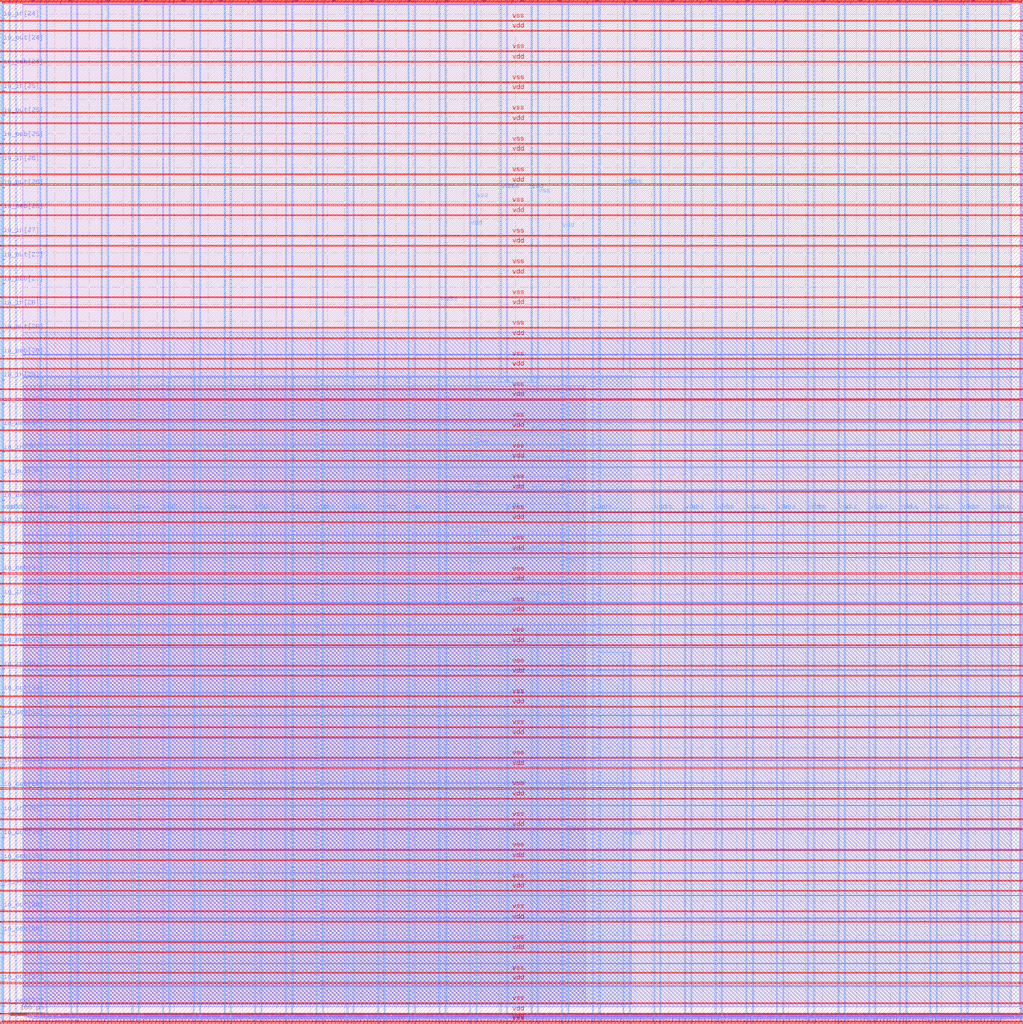
<source format=lef>
VERSION 5.7 ;
  NOWIREEXTENSIONATPIN ON ;
  DIVIDERCHAR "/" ;
  BUSBITCHARS "[]" ;
MACRO user_project_wrapper
  CLASS BLOCK ;
  FOREIGN user_project_wrapper ;
  ORIGIN 0.000 0.000 ;
  SIZE 2980.200 BY 2980.200 ;
  PIN io_in[0]
    DIRECTION INPUT ;
    USE SIGNAL ;
    PORT
      LAYER Metal3 ;
        RECT 2977.800 35.560 2985.000 36.680 ;
    END
  END io_in[0]
  PIN io_in[10]
    DIRECTION INPUT ;
    USE SIGNAL ;
    PORT
      LAYER Metal3 ;
        RECT 2977.800 2017.960 2985.000 2019.080 ;
    END
  END io_in[10]
  PIN io_in[11]
    DIRECTION INPUT ;
    USE SIGNAL ;
    PORT
      LAYER Metal3 ;
        RECT 2977.800 2216.200 2985.000 2217.320 ;
    END
  END io_in[11]
  PIN io_in[12]
    DIRECTION INPUT ;
    USE SIGNAL ;
    PORT
      LAYER Metal3 ;
        RECT 2977.800 2414.440 2985.000 2415.560 ;
    END
  END io_in[12]
  PIN io_in[13]
    DIRECTION INPUT ;
    USE SIGNAL ;
    PORT
      LAYER Metal3 ;
        RECT 2977.800 2612.680 2985.000 2613.800 ;
    END
  END io_in[13]
  PIN io_in[14]
    DIRECTION INPUT ;
    USE SIGNAL ;
    PORT
      LAYER Metal3 ;
        RECT 2977.800 2810.920 2985.000 2812.040 ;
    END
  END io_in[14]
  PIN io_in[15]
    DIRECTION INPUT ;
    USE SIGNAL ;
    PORT
      LAYER Metal2 ;
        RECT 2923.480 2977.800 2924.600 2985.000 ;
    END
  END io_in[15]
  PIN io_in[16]
    DIRECTION INPUT ;
    USE SIGNAL ;
    PORT
      LAYER Metal2 ;
        RECT 2592.520 2977.800 2593.640 2985.000 ;
    END
  END io_in[16]
  PIN io_in[17]
    DIRECTION INPUT ;
    USE SIGNAL ;
    PORT
      LAYER Metal2 ;
        RECT 2261.560 2977.800 2262.680 2985.000 ;
    END
  END io_in[17]
  PIN io_in[18]
    DIRECTION INPUT ;
    USE SIGNAL ;
    PORT
      LAYER Metal2 ;
        RECT 1930.600 2977.800 1931.720 2985.000 ;
    END
  END io_in[18]
  PIN io_in[19]
    DIRECTION INPUT ;
    USE SIGNAL ;
    PORT
      LAYER Metal2 ;
        RECT 1599.640 2977.800 1600.760 2985.000 ;
    END
  END io_in[19]
  PIN io_in[1]
    DIRECTION INPUT ;
    USE SIGNAL ;
    PORT
      LAYER Metal3 ;
        RECT 2977.800 233.800 2985.000 234.920 ;
    END
  END io_in[1]
  PIN io_in[20]
    DIRECTION INPUT ;
    USE SIGNAL ;
    PORT
      LAYER Metal2 ;
        RECT 1268.680 2977.800 1269.800 2985.000 ;
    END
  END io_in[20]
  PIN io_in[21]
    DIRECTION INPUT ;
    USE SIGNAL ;
    PORT
      LAYER Metal2 ;
        RECT 937.720 2977.800 938.840 2985.000 ;
    END
  END io_in[21]
  PIN io_in[22]
    DIRECTION INPUT ;
    USE SIGNAL ;
    PORT
      LAYER Metal2 ;
        RECT 606.760 2977.800 607.880 2985.000 ;
    END
  END io_in[22]
  PIN io_in[23]
    DIRECTION INPUT ;
    USE SIGNAL ;
    PORT
      LAYER Metal2 ;
        RECT 275.800 2977.800 276.920 2985.000 ;
    END
  END io_in[23]
  PIN io_in[24]
    DIRECTION INPUT ;
    USE SIGNAL ;
    PORT
      LAYER Metal3 ;
        RECT -4.800 2935.800 2.400 2936.920 ;
    END
  END io_in[24]
  PIN io_in[25]
    DIRECTION INPUT ;
    USE SIGNAL ;
    PORT
      LAYER Metal3 ;
        RECT -4.800 2724.120 2.400 2725.240 ;
    END
  END io_in[25]
  PIN io_in[26]
    DIRECTION INPUT ;
    USE SIGNAL ;
    PORT
      LAYER Metal3 ;
        RECT -4.800 2512.440 2.400 2513.560 ;
    END
  END io_in[26]
  PIN io_in[27]
    DIRECTION INPUT ;
    USE SIGNAL ;
    PORT
      LAYER Metal3 ;
        RECT -4.800 2300.760 2.400 2301.880 ;
    END
  END io_in[27]
  PIN io_in[28]
    DIRECTION INPUT ;
    USE SIGNAL ;
    PORT
      LAYER Metal3 ;
        RECT -4.800 2089.080 2.400 2090.200 ;
    END
  END io_in[28]
  PIN io_in[29]
    DIRECTION INPUT ;
    USE SIGNAL ;
    PORT
      LAYER Metal3 ;
        RECT -4.800 1877.400 2.400 1878.520 ;
    END
  END io_in[29]
  PIN io_in[2]
    DIRECTION INPUT ;
    USE SIGNAL ;
    PORT
      LAYER Metal3 ;
        RECT 2977.800 432.040 2985.000 433.160 ;
    END
  END io_in[2]
  PIN io_in[30]
    DIRECTION INPUT ;
    USE SIGNAL ;
    PORT
      LAYER Metal3 ;
        RECT -4.800 1665.720 2.400 1666.840 ;
    END
  END io_in[30]
  PIN io_in[31]
    DIRECTION INPUT ;
    USE SIGNAL ;
    PORT
      LAYER Metal3 ;
        RECT -4.800 1454.040 2.400 1455.160 ;
    END
  END io_in[31]
  PIN io_in[32]
    DIRECTION INPUT ;
    USE SIGNAL ;
    PORT
      LAYER Metal3 ;
        RECT -4.800 1242.360 2.400 1243.480 ;
    END
  END io_in[32]
  PIN io_in[33]
    DIRECTION INPUT ;
    USE SIGNAL ;
    PORT
      LAYER Metal3 ;
        RECT -4.800 1030.680 2.400 1031.800 ;
    END
  END io_in[33]
  PIN io_in[34]
    DIRECTION INPUT ;
    USE SIGNAL ;
    PORT
      LAYER Metal3 ;
        RECT -4.800 819.000 2.400 820.120 ;
    END
  END io_in[34]
  PIN io_in[35]
    DIRECTION INPUT ;
    USE SIGNAL ;
    PORT
      LAYER Metal3 ;
        RECT -4.800 607.320 2.400 608.440 ;
    END
  END io_in[35]
  PIN io_in[36]
    DIRECTION INPUT ;
    USE SIGNAL ;
    PORT
      LAYER Metal3 ;
        RECT -4.800 395.640 2.400 396.760 ;
    END
  END io_in[36]
  PIN io_in[37]
    DIRECTION INPUT ;
    USE SIGNAL ;
    PORT
      LAYER Metal3 ;
        RECT -4.800 183.960 2.400 185.080 ;
    END
  END io_in[37]
  PIN io_in[3]
    DIRECTION INPUT ;
    USE SIGNAL ;
    PORT
      LAYER Metal3 ;
        RECT 2977.800 630.280 2985.000 631.400 ;
    END
  END io_in[3]
  PIN io_in[4]
    DIRECTION INPUT ;
    USE SIGNAL ;
    PORT
      LAYER Metal3 ;
        RECT 2977.800 828.520 2985.000 829.640 ;
    END
  END io_in[4]
  PIN io_in[5]
    DIRECTION INPUT ;
    USE SIGNAL ;
    PORT
      LAYER Metal3 ;
        RECT 2977.800 1026.760 2985.000 1027.880 ;
    END
  END io_in[5]
  PIN io_in[6]
    DIRECTION INPUT ;
    USE SIGNAL ;
    PORT
      LAYER Metal3 ;
        RECT 2977.800 1225.000 2985.000 1226.120 ;
    END
  END io_in[6]
  PIN io_in[7]
    DIRECTION INPUT ;
    USE SIGNAL ;
    PORT
      LAYER Metal3 ;
        RECT 2977.800 1423.240 2985.000 1424.360 ;
    END
  END io_in[7]
  PIN io_in[8]
    DIRECTION INPUT ;
    USE SIGNAL ;
    PORT
      LAYER Metal3 ;
        RECT 2977.800 1621.480 2985.000 1622.600 ;
    END
  END io_in[8]
  PIN io_in[9]
    DIRECTION INPUT ;
    USE SIGNAL ;
    PORT
      LAYER Metal3 ;
        RECT 2977.800 1819.720 2985.000 1820.840 ;
    END
  END io_in[9]
  PIN io_oeb[0]
    DIRECTION OUTPUT TRISTATE ;
    USE SIGNAL ;
    PORT
      LAYER Metal3 ;
        RECT 2977.800 167.720 2985.000 168.840 ;
    END
  END io_oeb[0]
  PIN io_oeb[10]
    DIRECTION OUTPUT TRISTATE ;
    USE SIGNAL ;
    PORT
      LAYER Metal3 ;
        RECT 2977.800 2150.120 2985.000 2151.240 ;
    END
  END io_oeb[10]
  PIN io_oeb[11]
    DIRECTION OUTPUT TRISTATE ;
    USE SIGNAL ;
    PORT
      LAYER Metal3 ;
        RECT 2977.800 2348.360 2985.000 2349.480 ;
    END
  END io_oeb[11]
  PIN io_oeb[12]
    DIRECTION OUTPUT TRISTATE ;
    USE SIGNAL ;
    PORT
      LAYER Metal3 ;
        RECT 2977.800 2546.600 2985.000 2547.720 ;
    END
  END io_oeb[12]
  PIN io_oeb[13]
    DIRECTION OUTPUT TRISTATE ;
    USE SIGNAL ;
    PORT
      LAYER Metal3 ;
        RECT 2977.800 2744.840 2985.000 2745.960 ;
    END
  END io_oeb[13]
  PIN io_oeb[14]
    DIRECTION OUTPUT TRISTATE ;
    USE SIGNAL ;
    PORT
      LAYER Metal3 ;
        RECT 2977.800 2943.080 2985.000 2944.200 ;
    END
  END io_oeb[14]
  PIN io_oeb[15]
    DIRECTION OUTPUT TRISTATE ;
    USE SIGNAL ;
    PORT
      LAYER Metal2 ;
        RECT 2702.840 2977.800 2703.960 2985.000 ;
    END
  END io_oeb[15]
  PIN io_oeb[16]
    DIRECTION OUTPUT TRISTATE ;
    USE SIGNAL ;
    PORT
      LAYER Metal2 ;
        RECT 2371.880 2977.800 2373.000 2985.000 ;
    END
  END io_oeb[16]
  PIN io_oeb[17]
    DIRECTION OUTPUT TRISTATE ;
    USE SIGNAL ;
    PORT
      LAYER Metal2 ;
        RECT 2040.920 2977.800 2042.040 2985.000 ;
    END
  END io_oeb[17]
  PIN io_oeb[18]
    DIRECTION OUTPUT TRISTATE ;
    USE SIGNAL ;
    PORT
      LAYER Metal2 ;
        RECT 1709.960 2977.800 1711.080 2985.000 ;
    END
  END io_oeb[18]
  PIN io_oeb[19]
    DIRECTION OUTPUT TRISTATE ;
    USE SIGNAL ;
    PORT
      LAYER Metal2 ;
        RECT 1379.000 2977.800 1380.120 2985.000 ;
    END
  END io_oeb[19]
  PIN io_oeb[1]
    DIRECTION OUTPUT TRISTATE ;
    USE SIGNAL ;
    PORT
      LAYER Metal3 ;
        RECT 2977.800 365.960 2985.000 367.080 ;
    END
  END io_oeb[1]
  PIN io_oeb[20]
    DIRECTION OUTPUT TRISTATE ;
    USE SIGNAL ;
    PORT
      LAYER Metal2 ;
        RECT 1048.040 2977.800 1049.160 2985.000 ;
    END
  END io_oeb[20]
  PIN io_oeb[21]
    DIRECTION OUTPUT TRISTATE ;
    USE SIGNAL ;
    PORT
      LAYER Metal2 ;
        RECT 717.080 2977.800 718.200 2985.000 ;
    END
  END io_oeb[21]
  PIN io_oeb[22]
    DIRECTION OUTPUT TRISTATE ;
    USE SIGNAL ;
    PORT
      LAYER Metal2 ;
        RECT 386.120 2977.800 387.240 2985.000 ;
    END
  END io_oeb[22]
  PIN io_oeb[23]
    DIRECTION OUTPUT TRISTATE ;
    USE SIGNAL ;
    PORT
      LAYER Metal2 ;
        RECT 55.160 2977.800 56.280 2985.000 ;
    END
  END io_oeb[23]
  PIN io_oeb[24]
    DIRECTION OUTPUT TRISTATE ;
    USE SIGNAL ;
    PORT
      LAYER Metal3 ;
        RECT -4.800 2794.680 2.400 2795.800 ;
    END
  END io_oeb[24]
  PIN io_oeb[25]
    DIRECTION OUTPUT TRISTATE ;
    USE SIGNAL ;
    PORT
      LAYER Metal3 ;
        RECT -4.800 2583.000 2.400 2584.120 ;
    END
  END io_oeb[25]
  PIN io_oeb[26]
    DIRECTION OUTPUT TRISTATE ;
    USE SIGNAL ;
    PORT
      LAYER Metal3 ;
        RECT -4.800 2371.320 2.400 2372.440 ;
    END
  END io_oeb[26]
  PIN io_oeb[27]
    DIRECTION OUTPUT TRISTATE ;
    USE SIGNAL ;
    PORT
      LAYER Metal3 ;
        RECT -4.800 2159.640 2.400 2160.760 ;
    END
  END io_oeb[27]
  PIN io_oeb[28]
    DIRECTION OUTPUT TRISTATE ;
    USE SIGNAL ;
    PORT
      LAYER Metal3 ;
        RECT -4.800 1947.960 2.400 1949.080 ;
    END
  END io_oeb[28]
  PIN io_oeb[29]
    DIRECTION OUTPUT TRISTATE ;
    USE SIGNAL ;
    PORT
      LAYER Metal3 ;
        RECT -4.800 1736.280 2.400 1737.400 ;
    END
  END io_oeb[29]
  PIN io_oeb[2]
    DIRECTION OUTPUT TRISTATE ;
    USE SIGNAL ;
    PORT
      LAYER Metal3 ;
        RECT 2977.800 564.200 2985.000 565.320 ;
    END
  END io_oeb[2]
  PIN io_oeb[30]
    DIRECTION OUTPUT TRISTATE ;
    USE SIGNAL ;
    PORT
      LAYER Metal3 ;
        RECT -4.800 1524.600 2.400 1525.720 ;
    END
  END io_oeb[30]
  PIN io_oeb[31]
    DIRECTION OUTPUT TRISTATE ;
    USE SIGNAL ;
    PORT
      LAYER Metal3 ;
        RECT -4.800 1312.920 2.400 1314.040 ;
    END
  END io_oeb[31]
  PIN io_oeb[32]
    DIRECTION OUTPUT TRISTATE ;
    USE SIGNAL ;
    PORT
      LAYER Metal3 ;
        RECT -4.800 1101.240 2.400 1102.360 ;
    END
  END io_oeb[32]
  PIN io_oeb[33]
    DIRECTION OUTPUT TRISTATE ;
    USE SIGNAL ;
    PORT
      LAYER Metal3 ;
        RECT -4.800 889.560 2.400 890.680 ;
    END
  END io_oeb[33]
  PIN io_oeb[34]
    DIRECTION OUTPUT TRISTATE ;
    USE SIGNAL ;
    PORT
      LAYER Metal3 ;
        RECT -4.800 677.880 2.400 679.000 ;
    END
  END io_oeb[34]
  PIN io_oeb[35]
    DIRECTION OUTPUT TRISTATE ;
    USE SIGNAL ;
    PORT
      LAYER Metal3 ;
        RECT -4.800 466.200 2.400 467.320 ;
    END
  END io_oeb[35]
  PIN io_oeb[36]
    DIRECTION OUTPUT TRISTATE ;
    USE SIGNAL ;
    PORT
      LAYER Metal3 ;
        RECT -4.800 254.520 2.400 255.640 ;
    END
  END io_oeb[36]
  PIN io_oeb[37]
    DIRECTION OUTPUT TRISTATE ;
    USE SIGNAL ;
    PORT
      LAYER Metal3 ;
        RECT -4.800 42.840 2.400 43.960 ;
    END
  END io_oeb[37]
  PIN io_oeb[3]
    DIRECTION OUTPUT TRISTATE ;
    USE SIGNAL ;
    PORT
      LAYER Metal3 ;
        RECT 2977.800 762.440 2985.000 763.560 ;
    END
  END io_oeb[3]
  PIN io_oeb[4]
    DIRECTION OUTPUT TRISTATE ;
    USE SIGNAL ;
    PORT
      LAYER Metal3 ;
        RECT 2977.800 960.680 2985.000 961.800 ;
    END
  END io_oeb[4]
  PIN io_oeb[5]
    DIRECTION OUTPUT TRISTATE ;
    USE SIGNAL ;
    PORT
      LAYER Metal3 ;
        RECT 2977.800 1158.920 2985.000 1160.040 ;
    END
  END io_oeb[5]
  PIN io_oeb[6]
    DIRECTION OUTPUT TRISTATE ;
    USE SIGNAL ;
    PORT
      LAYER Metal3 ;
        RECT 2977.800 1357.160 2985.000 1358.280 ;
    END
  END io_oeb[6]
  PIN io_oeb[7]
    DIRECTION OUTPUT TRISTATE ;
    USE SIGNAL ;
    PORT
      LAYER Metal3 ;
        RECT 2977.800 1555.400 2985.000 1556.520 ;
    END
  END io_oeb[7]
  PIN io_oeb[8]
    DIRECTION OUTPUT TRISTATE ;
    USE SIGNAL ;
    PORT
      LAYER Metal3 ;
        RECT 2977.800 1753.640 2985.000 1754.760 ;
    END
  END io_oeb[8]
  PIN io_oeb[9]
    DIRECTION OUTPUT TRISTATE ;
    USE SIGNAL ;
    PORT
      LAYER Metal3 ;
        RECT 2977.800 1951.880 2985.000 1953.000 ;
    END
  END io_oeb[9]
  PIN io_out[0]
    DIRECTION OUTPUT TRISTATE ;
    USE SIGNAL ;
    PORT
      LAYER Metal3 ;
        RECT 2977.800 101.640 2985.000 102.760 ;
    END
  END io_out[0]
  PIN io_out[10]
    DIRECTION OUTPUT TRISTATE ;
    USE SIGNAL ;
    PORT
      LAYER Metal3 ;
        RECT 2977.800 2084.040 2985.000 2085.160 ;
    END
  END io_out[10]
  PIN io_out[11]
    DIRECTION OUTPUT TRISTATE ;
    USE SIGNAL ;
    PORT
      LAYER Metal3 ;
        RECT 2977.800 2282.280 2985.000 2283.400 ;
    END
  END io_out[11]
  PIN io_out[12]
    DIRECTION OUTPUT TRISTATE ;
    USE SIGNAL ;
    PORT
      LAYER Metal3 ;
        RECT 2977.800 2480.520 2985.000 2481.640 ;
    END
  END io_out[12]
  PIN io_out[13]
    DIRECTION OUTPUT TRISTATE ;
    USE SIGNAL ;
    PORT
      LAYER Metal3 ;
        RECT 2977.800 2678.760 2985.000 2679.880 ;
    END
  END io_out[13]
  PIN io_out[14]
    DIRECTION OUTPUT TRISTATE ;
    USE SIGNAL ;
    PORT
      LAYER Metal3 ;
        RECT 2977.800 2877.000 2985.000 2878.120 ;
    END
  END io_out[14]
  PIN io_out[15]
    DIRECTION OUTPUT TRISTATE ;
    USE SIGNAL ;
    PORT
      LAYER Metal2 ;
        RECT 2813.160 2977.800 2814.280 2985.000 ;
    END
  END io_out[15]
  PIN io_out[16]
    DIRECTION OUTPUT TRISTATE ;
    USE SIGNAL ;
    PORT
      LAYER Metal2 ;
        RECT 2482.200 2977.800 2483.320 2985.000 ;
    END
  END io_out[16]
  PIN io_out[17]
    DIRECTION OUTPUT TRISTATE ;
    USE SIGNAL ;
    PORT
      LAYER Metal2 ;
        RECT 2151.240 2977.800 2152.360 2985.000 ;
    END
  END io_out[17]
  PIN io_out[18]
    DIRECTION OUTPUT TRISTATE ;
    USE SIGNAL ;
    PORT
      LAYER Metal2 ;
        RECT 1820.280 2977.800 1821.400 2985.000 ;
    END
  END io_out[18]
  PIN io_out[19]
    DIRECTION OUTPUT TRISTATE ;
    USE SIGNAL ;
    PORT
      LAYER Metal2 ;
        RECT 1489.320 2977.800 1490.440 2985.000 ;
    END
  END io_out[19]
  PIN io_out[1]
    DIRECTION OUTPUT TRISTATE ;
    USE SIGNAL ;
    PORT
      LAYER Metal3 ;
        RECT 2977.800 299.880 2985.000 301.000 ;
    END
  END io_out[1]
  PIN io_out[20]
    DIRECTION OUTPUT TRISTATE ;
    USE SIGNAL ;
    PORT
      LAYER Metal2 ;
        RECT 1158.360 2977.800 1159.480 2985.000 ;
    END
  END io_out[20]
  PIN io_out[21]
    DIRECTION OUTPUT TRISTATE ;
    USE SIGNAL ;
    PORT
      LAYER Metal2 ;
        RECT 827.400 2977.800 828.520 2985.000 ;
    END
  END io_out[21]
  PIN io_out[22]
    DIRECTION OUTPUT TRISTATE ;
    USE SIGNAL ;
    PORT
      LAYER Metal2 ;
        RECT 496.440 2977.800 497.560 2985.000 ;
    END
  END io_out[22]
  PIN io_out[23]
    DIRECTION OUTPUT TRISTATE ;
    USE SIGNAL ;
    PORT
      LAYER Metal2 ;
        RECT 165.480 2977.800 166.600 2985.000 ;
    END
  END io_out[23]
  PIN io_out[24]
    DIRECTION OUTPUT TRISTATE ;
    USE SIGNAL ;
    PORT
      LAYER Metal3 ;
        RECT -4.800 2865.240 2.400 2866.360 ;
    END
  END io_out[24]
  PIN io_out[25]
    DIRECTION OUTPUT TRISTATE ;
    USE SIGNAL ;
    PORT
      LAYER Metal3 ;
        RECT -4.800 2653.560 2.400 2654.680 ;
    END
  END io_out[25]
  PIN io_out[26]
    DIRECTION OUTPUT TRISTATE ;
    USE SIGNAL ;
    PORT
      LAYER Metal3 ;
        RECT -4.800 2441.880 2.400 2443.000 ;
    END
  END io_out[26]
  PIN io_out[27]
    DIRECTION OUTPUT TRISTATE ;
    USE SIGNAL ;
    PORT
      LAYER Metal3 ;
        RECT -4.800 2230.200 2.400 2231.320 ;
    END
  END io_out[27]
  PIN io_out[28]
    DIRECTION OUTPUT TRISTATE ;
    USE SIGNAL ;
    PORT
      LAYER Metal3 ;
        RECT -4.800 2018.520 2.400 2019.640 ;
    END
  END io_out[28]
  PIN io_out[29]
    DIRECTION OUTPUT TRISTATE ;
    USE SIGNAL ;
    PORT
      LAYER Metal3 ;
        RECT -4.800 1806.840 2.400 1807.960 ;
    END
  END io_out[29]
  PIN io_out[2]
    DIRECTION OUTPUT TRISTATE ;
    USE SIGNAL ;
    PORT
      LAYER Metal3 ;
        RECT 2977.800 498.120 2985.000 499.240 ;
    END
  END io_out[2]
  PIN io_out[30]
    DIRECTION OUTPUT TRISTATE ;
    USE SIGNAL ;
    PORT
      LAYER Metal3 ;
        RECT -4.800 1595.160 2.400 1596.280 ;
    END
  END io_out[30]
  PIN io_out[31]
    DIRECTION OUTPUT TRISTATE ;
    USE SIGNAL ;
    PORT
      LAYER Metal3 ;
        RECT -4.800 1383.480 2.400 1384.600 ;
    END
  END io_out[31]
  PIN io_out[32]
    DIRECTION OUTPUT TRISTATE ;
    USE SIGNAL ;
    PORT
      LAYER Metal3 ;
        RECT -4.800 1171.800 2.400 1172.920 ;
    END
  END io_out[32]
  PIN io_out[33]
    DIRECTION OUTPUT TRISTATE ;
    USE SIGNAL ;
    PORT
      LAYER Metal3 ;
        RECT -4.800 960.120 2.400 961.240 ;
    END
  END io_out[33]
  PIN io_out[34]
    DIRECTION OUTPUT TRISTATE ;
    USE SIGNAL ;
    PORT
      LAYER Metal3 ;
        RECT -4.800 748.440 2.400 749.560 ;
    END
  END io_out[34]
  PIN io_out[35]
    DIRECTION OUTPUT TRISTATE ;
    USE SIGNAL ;
    PORT
      LAYER Metal3 ;
        RECT -4.800 536.760 2.400 537.880 ;
    END
  END io_out[35]
  PIN io_out[36]
    DIRECTION OUTPUT TRISTATE ;
    USE SIGNAL ;
    PORT
      LAYER Metal3 ;
        RECT -4.800 325.080 2.400 326.200 ;
    END
  END io_out[36]
  PIN io_out[37]
    DIRECTION OUTPUT TRISTATE ;
    USE SIGNAL ;
    PORT
      LAYER Metal3 ;
        RECT -4.800 113.400 2.400 114.520 ;
    END
  END io_out[37]
  PIN io_out[3]
    DIRECTION OUTPUT TRISTATE ;
    USE SIGNAL ;
    PORT
      LAYER Metal3 ;
        RECT 2977.800 696.360 2985.000 697.480 ;
    END
  END io_out[3]
  PIN io_out[4]
    DIRECTION OUTPUT TRISTATE ;
    USE SIGNAL ;
    PORT
      LAYER Metal3 ;
        RECT 2977.800 894.600 2985.000 895.720 ;
    END
  END io_out[4]
  PIN io_out[5]
    DIRECTION OUTPUT TRISTATE ;
    USE SIGNAL ;
    PORT
      LAYER Metal3 ;
        RECT 2977.800 1092.840 2985.000 1093.960 ;
    END
  END io_out[5]
  PIN io_out[6]
    DIRECTION OUTPUT TRISTATE ;
    USE SIGNAL ;
    PORT
      LAYER Metal3 ;
        RECT 2977.800 1291.080 2985.000 1292.200 ;
    END
  END io_out[6]
  PIN io_out[7]
    DIRECTION OUTPUT TRISTATE ;
    USE SIGNAL ;
    PORT
      LAYER Metal3 ;
        RECT 2977.800 1489.320 2985.000 1490.440 ;
    END
  END io_out[7]
  PIN io_out[8]
    DIRECTION OUTPUT TRISTATE ;
    USE SIGNAL ;
    PORT
      LAYER Metal3 ;
        RECT 2977.800 1687.560 2985.000 1688.680 ;
    END
  END io_out[8]
  PIN io_out[9]
    DIRECTION OUTPUT TRISTATE ;
    USE SIGNAL ;
    PORT
      LAYER Metal3 ;
        RECT 2977.800 1885.800 2985.000 1886.920 ;
    END
  END io_out[9]
  PIN la_data_in[0]
    DIRECTION INPUT ;
    USE SIGNAL ;
    PORT
      LAYER Metal2 ;
        RECT 1065.960 -4.800 1067.080 2.400 ;
    END
  END la_data_in[0]
  PIN la_data_in[10]
    DIRECTION INPUT ;
    USE SIGNAL ;
    PORT
      LAYER Metal2 ;
        RECT 1351.560 -4.800 1352.680 2.400 ;
    END
  END la_data_in[10]
  PIN la_data_in[11]
    DIRECTION INPUT ;
    USE SIGNAL ;
    PORT
      LAYER Metal2 ;
        RECT 1380.120 -4.800 1381.240 2.400 ;
    END
  END la_data_in[11]
  PIN la_data_in[12]
    DIRECTION INPUT ;
    USE SIGNAL ;
    PORT
      LAYER Metal2 ;
        RECT 1408.680 -4.800 1409.800 2.400 ;
    END
  END la_data_in[12]
  PIN la_data_in[13]
    DIRECTION INPUT ;
    USE SIGNAL ;
    PORT
      LAYER Metal2 ;
        RECT 1437.240 -4.800 1438.360 2.400 ;
    END
  END la_data_in[13]
  PIN la_data_in[14]
    DIRECTION INPUT ;
    USE SIGNAL ;
    PORT
      LAYER Metal2 ;
        RECT 1465.800 -4.800 1466.920 2.400 ;
    END
  END la_data_in[14]
  PIN la_data_in[15]
    DIRECTION INPUT ;
    USE SIGNAL ;
    PORT
      LAYER Metal2 ;
        RECT 1494.360 -4.800 1495.480 2.400 ;
    END
  END la_data_in[15]
  PIN la_data_in[16]
    DIRECTION INPUT ;
    USE SIGNAL ;
    PORT
      LAYER Metal2 ;
        RECT 1522.920 -4.800 1524.040 2.400 ;
    END
  END la_data_in[16]
  PIN la_data_in[17]
    DIRECTION INPUT ;
    USE SIGNAL ;
    PORT
      LAYER Metal2 ;
        RECT 1551.480 -4.800 1552.600 2.400 ;
    END
  END la_data_in[17]
  PIN la_data_in[18]
    DIRECTION INPUT ;
    USE SIGNAL ;
    PORT
      LAYER Metal2 ;
        RECT 1580.040 -4.800 1581.160 2.400 ;
    END
  END la_data_in[18]
  PIN la_data_in[19]
    DIRECTION INPUT ;
    USE SIGNAL ;
    PORT
      LAYER Metal2 ;
        RECT 1608.600 -4.800 1609.720 2.400 ;
    END
  END la_data_in[19]
  PIN la_data_in[1]
    DIRECTION INPUT ;
    USE SIGNAL ;
    PORT
      LAYER Metal2 ;
        RECT 1094.520 -4.800 1095.640 2.400 ;
    END
  END la_data_in[1]
  PIN la_data_in[20]
    DIRECTION INPUT ;
    USE SIGNAL ;
    PORT
      LAYER Metal2 ;
        RECT 1637.160 -4.800 1638.280 2.400 ;
    END
  END la_data_in[20]
  PIN la_data_in[21]
    DIRECTION INPUT ;
    USE SIGNAL ;
    PORT
      LAYER Metal2 ;
        RECT 1665.720 -4.800 1666.840 2.400 ;
    END
  END la_data_in[21]
  PIN la_data_in[22]
    DIRECTION INPUT ;
    USE SIGNAL ;
    PORT
      LAYER Metal2 ;
        RECT 1694.280 -4.800 1695.400 2.400 ;
    END
  END la_data_in[22]
  PIN la_data_in[23]
    DIRECTION INPUT ;
    USE SIGNAL ;
    PORT
      LAYER Metal2 ;
        RECT 1722.840 -4.800 1723.960 2.400 ;
    END
  END la_data_in[23]
  PIN la_data_in[24]
    DIRECTION INPUT ;
    USE SIGNAL ;
    PORT
      LAYER Metal2 ;
        RECT 1751.400 -4.800 1752.520 2.400 ;
    END
  END la_data_in[24]
  PIN la_data_in[25]
    DIRECTION INPUT ;
    USE SIGNAL ;
    PORT
      LAYER Metal2 ;
        RECT 1779.960 -4.800 1781.080 2.400 ;
    END
  END la_data_in[25]
  PIN la_data_in[26]
    DIRECTION INPUT ;
    USE SIGNAL ;
    PORT
      LAYER Metal2 ;
        RECT 1808.520 -4.800 1809.640 2.400 ;
    END
  END la_data_in[26]
  PIN la_data_in[27]
    DIRECTION INPUT ;
    USE SIGNAL ;
    PORT
      LAYER Metal2 ;
        RECT 1837.080 -4.800 1838.200 2.400 ;
    END
  END la_data_in[27]
  PIN la_data_in[28]
    DIRECTION INPUT ;
    USE SIGNAL ;
    PORT
      LAYER Metal2 ;
        RECT 1865.640 -4.800 1866.760 2.400 ;
    END
  END la_data_in[28]
  PIN la_data_in[29]
    DIRECTION INPUT ;
    USE SIGNAL ;
    PORT
      LAYER Metal2 ;
        RECT 1894.200 -4.800 1895.320 2.400 ;
    END
  END la_data_in[29]
  PIN la_data_in[2]
    DIRECTION INPUT ;
    USE SIGNAL ;
    PORT
      LAYER Metal2 ;
        RECT 1123.080 -4.800 1124.200 2.400 ;
    END
  END la_data_in[2]
  PIN la_data_in[30]
    DIRECTION INPUT ;
    USE SIGNAL ;
    PORT
      LAYER Metal2 ;
        RECT 1922.760 -4.800 1923.880 2.400 ;
    END
  END la_data_in[30]
  PIN la_data_in[31]
    DIRECTION INPUT ;
    USE SIGNAL ;
    PORT
      LAYER Metal2 ;
        RECT 1951.320 -4.800 1952.440 2.400 ;
    END
  END la_data_in[31]
  PIN la_data_in[32]
    DIRECTION INPUT ;
    USE SIGNAL ;
    PORT
      LAYER Metal2 ;
        RECT 1979.880 -4.800 1981.000 2.400 ;
    END
  END la_data_in[32]
  PIN la_data_in[33]
    DIRECTION INPUT ;
    USE SIGNAL ;
    PORT
      LAYER Metal2 ;
        RECT 2008.440 -4.800 2009.560 2.400 ;
    END
  END la_data_in[33]
  PIN la_data_in[34]
    DIRECTION INPUT ;
    USE SIGNAL ;
    PORT
      LAYER Metal2 ;
        RECT 2037.000 -4.800 2038.120 2.400 ;
    END
  END la_data_in[34]
  PIN la_data_in[35]
    DIRECTION INPUT ;
    USE SIGNAL ;
    PORT
      LAYER Metal2 ;
        RECT 2065.560 -4.800 2066.680 2.400 ;
    END
  END la_data_in[35]
  PIN la_data_in[36]
    DIRECTION INPUT ;
    USE SIGNAL ;
    PORT
      LAYER Metal2 ;
        RECT 2094.120 -4.800 2095.240 2.400 ;
    END
  END la_data_in[36]
  PIN la_data_in[37]
    DIRECTION INPUT ;
    USE SIGNAL ;
    PORT
      LAYER Metal2 ;
        RECT 2122.680 -4.800 2123.800 2.400 ;
    END
  END la_data_in[37]
  PIN la_data_in[38]
    DIRECTION INPUT ;
    USE SIGNAL ;
    PORT
      LAYER Metal2 ;
        RECT 2151.240 -4.800 2152.360 2.400 ;
    END
  END la_data_in[38]
  PIN la_data_in[39]
    DIRECTION INPUT ;
    USE SIGNAL ;
    PORT
      LAYER Metal2 ;
        RECT 2179.800 -4.800 2180.920 2.400 ;
    END
  END la_data_in[39]
  PIN la_data_in[3]
    DIRECTION INPUT ;
    USE SIGNAL ;
    PORT
      LAYER Metal2 ;
        RECT 1151.640 -4.800 1152.760 2.400 ;
    END
  END la_data_in[3]
  PIN la_data_in[40]
    DIRECTION INPUT ;
    USE SIGNAL ;
    PORT
      LAYER Metal2 ;
        RECT 2208.360 -4.800 2209.480 2.400 ;
    END
  END la_data_in[40]
  PIN la_data_in[41]
    DIRECTION INPUT ;
    USE SIGNAL ;
    PORT
      LAYER Metal2 ;
        RECT 2236.920 -4.800 2238.040 2.400 ;
    END
  END la_data_in[41]
  PIN la_data_in[42]
    DIRECTION INPUT ;
    USE SIGNAL ;
    PORT
      LAYER Metal2 ;
        RECT 2265.480 -4.800 2266.600 2.400 ;
    END
  END la_data_in[42]
  PIN la_data_in[43]
    DIRECTION INPUT ;
    USE SIGNAL ;
    PORT
      LAYER Metal2 ;
        RECT 2294.040 -4.800 2295.160 2.400 ;
    END
  END la_data_in[43]
  PIN la_data_in[44]
    DIRECTION INPUT ;
    USE SIGNAL ;
    PORT
      LAYER Metal2 ;
        RECT 2322.600 -4.800 2323.720 2.400 ;
    END
  END la_data_in[44]
  PIN la_data_in[45]
    DIRECTION INPUT ;
    USE SIGNAL ;
    PORT
      LAYER Metal2 ;
        RECT 2351.160 -4.800 2352.280 2.400 ;
    END
  END la_data_in[45]
  PIN la_data_in[46]
    DIRECTION INPUT ;
    USE SIGNAL ;
    PORT
      LAYER Metal2 ;
        RECT 2379.720 -4.800 2380.840 2.400 ;
    END
  END la_data_in[46]
  PIN la_data_in[47]
    DIRECTION INPUT ;
    USE SIGNAL ;
    PORT
      LAYER Metal2 ;
        RECT 2408.280 -4.800 2409.400 2.400 ;
    END
  END la_data_in[47]
  PIN la_data_in[48]
    DIRECTION INPUT ;
    USE SIGNAL ;
    PORT
      LAYER Metal2 ;
        RECT 2436.840 -4.800 2437.960 2.400 ;
    END
  END la_data_in[48]
  PIN la_data_in[49]
    DIRECTION INPUT ;
    USE SIGNAL ;
    PORT
      LAYER Metal2 ;
        RECT 2465.400 -4.800 2466.520 2.400 ;
    END
  END la_data_in[49]
  PIN la_data_in[4]
    DIRECTION INPUT ;
    USE SIGNAL ;
    PORT
      LAYER Metal2 ;
        RECT 1180.200 -4.800 1181.320 2.400 ;
    END
  END la_data_in[4]
  PIN la_data_in[50]
    DIRECTION INPUT ;
    USE SIGNAL ;
    PORT
      LAYER Metal2 ;
        RECT 2493.960 -4.800 2495.080 2.400 ;
    END
  END la_data_in[50]
  PIN la_data_in[51]
    DIRECTION INPUT ;
    USE SIGNAL ;
    PORT
      LAYER Metal2 ;
        RECT 2522.520 -4.800 2523.640 2.400 ;
    END
  END la_data_in[51]
  PIN la_data_in[52]
    DIRECTION INPUT ;
    USE SIGNAL ;
    PORT
      LAYER Metal2 ;
        RECT 2551.080 -4.800 2552.200 2.400 ;
    END
  END la_data_in[52]
  PIN la_data_in[53]
    DIRECTION INPUT ;
    USE SIGNAL ;
    PORT
      LAYER Metal2 ;
        RECT 2579.640 -4.800 2580.760 2.400 ;
    END
  END la_data_in[53]
  PIN la_data_in[54]
    DIRECTION INPUT ;
    USE SIGNAL ;
    PORT
      LAYER Metal2 ;
        RECT 2608.200 -4.800 2609.320 2.400 ;
    END
  END la_data_in[54]
  PIN la_data_in[55]
    DIRECTION INPUT ;
    USE SIGNAL ;
    PORT
      LAYER Metal2 ;
        RECT 2636.760 -4.800 2637.880 2.400 ;
    END
  END la_data_in[55]
  PIN la_data_in[56]
    DIRECTION INPUT ;
    USE SIGNAL ;
    PORT
      LAYER Metal2 ;
        RECT 2665.320 -4.800 2666.440 2.400 ;
    END
  END la_data_in[56]
  PIN la_data_in[57]
    DIRECTION INPUT ;
    USE SIGNAL ;
    PORT
      LAYER Metal2 ;
        RECT 2693.880 -4.800 2695.000 2.400 ;
    END
  END la_data_in[57]
  PIN la_data_in[58]
    DIRECTION INPUT ;
    USE SIGNAL ;
    PORT
      LAYER Metal2 ;
        RECT 2722.440 -4.800 2723.560 2.400 ;
    END
  END la_data_in[58]
  PIN la_data_in[59]
    DIRECTION INPUT ;
    USE SIGNAL ;
    PORT
      LAYER Metal2 ;
        RECT 2751.000 -4.800 2752.120 2.400 ;
    END
  END la_data_in[59]
  PIN la_data_in[5]
    DIRECTION INPUT ;
    USE SIGNAL ;
    PORT
      LAYER Metal2 ;
        RECT 1208.760 -4.800 1209.880 2.400 ;
    END
  END la_data_in[5]
  PIN la_data_in[60]
    DIRECTION INPUT ;
    USE SIGNAL ;
    PORT
      LAYER Metal2 ;
        RECT 2779.560 -4.800 2780.680 2.400 ;
    END
  END la_data_in[60]
  PIN la_data_in[61]
    DIRECTION INPUT ;
    USE SIGNAL ;
    PORT
      LAYER Metal2 ;
        RECT 2808.120 -4.800 2809.240 2.400 ;
    END
  END la_data_in[61]
  PIN la_data_in[62]
    DIRECTION INPUT ;
    USE SIGNAL ;
    PORT
      LAYER Metal2 ;
        RECT 2836.680 -4.800 2837.800 2.400 ;
    END
  END la_data_in[62]
  PIN la_data_in[63]
    DIRECTION INPUT ;
    USE SIGNAL ;
    PORT
      LAYER Metal2 ;
        RECT 2865.240 -4.800 2866.360 2.400 ;
    END
  END la_data_in[63]
  PIN la_data_in[6]
    DIRECTION INPUT ;
    USE SIGNAL ;
    PORT
      LAYER Metal2 ;
        RECT 1237.320 -4.800 1238.440 2.400 ;
    END
  END la_data_in[6]
  PIN la_data_in[7]
    DIRECTION INPUT ;
    USE SIGNAL ;
    PORT
      LAYER Metal2 ;
        RECT 1265.880 -4.800 1267.000 2.400 ;
    END
  END la_data_in[7]
  PIN la_data_in[8]
    DIRECTION INPUT ;
    USE SIGNAL ;
    PORT
      LAYER Metal2 ;
        RECT 1294.440 -4.800 1295.560 2.400 ;
    END
  END la_data_in[8]
  PIN la_data_in[9]
    DIRECTION INPUT ;
    USE SIGNAL ;
    PORT
      LAYER Metal2 ;
        RECT 1323.000 -4.800 1324.120 2.400 ;
    END
  END la_data_in[9]
  PIN la_data_out[0]
    DIRECTION OUTPUT TRISTATE ;
    USE SIGNAL ;
    PORT
      LAYER Metal2 ;
        RECT 1075.480 -4.800 1076.600 2.400 ;
    END
  END la_data_out[0]
  PIN la_data_out[10]
    DIRECTION OUTPUT TRISTATE ;
    USE SIGNAL ;
    PORT
      LAYER Metal2 ;
        RECT 1361.080 -4.800 1362.200 2.400 ;
    END
  END la_data_out[10]
  PIN la_data_out[11]
    DIRECTION OUTPUT TRISTATE ;
    USE SIGNAL ;
    PORT
      LAYER Metal2 ;
        RECT 1389.640 -4.800 1390.760 2.400 ;
    END
  END la_data_out[11]
  PIN la_data_out[12]
    DIRECTION OUTPUT TRISTATE ;
    USE SIGNAL ;
    PORT
      LAYER Metal2 ;
        RECT 1418.200 -4.800 1419.320 2.400 ;
    END
  END la_data_out[12]
  PIN la_data_out[13]
    DIRECTION OUTPUT TRISTATE ;
    USE SIGNAL ;
    PORT
      LAYER Metal2 ;
        RECT 1446.760 -4.800 1447.880 2.400 ;
    END
  END la_data_out[13]
  PIN la_data_out[14]
    DIRECTION OUTPUT TRISTATE ;
    USE SIGNAL ;
    PORT
      LAYER Metal2 ;
        RECT 1475.320 -4.800 1476.440 2.400 ;
    END
  END la_data_out[14]
  PIN la_data_out[15]
    DIRECTION OUTPUT TRISTATE ;
    USE SIGNAL ;
    PORT
      LAYER Metal2 ;
        RECT 1503.880 -4.800 1505.000 2.400 ;
    END
  END la_data_out[15]
  PIN la_data_out[16]
    DIRECTION OUTPUT TRISTATE ;
    USE SIGNAL ;
    PORT
      LAYER Metal2 ;
        RECT 1532.440 -4.800 1533.560 2.400 ;
    END
  END la_data_out[16]
  PIN la_data_out[17]
    DIRECTION OUTPUT TRISTATE ;
    USE SIGNAL ;
    PORT
      LAYER Metal2 ;
        RECT 1561.000 -4.800 1562.120 2.400 ;
    END
  END la_data_out[17]
  PIN la_data_out[18]
    DIRECTION OUTPUT TRISTATE ;
    USE SIGNAL ;
    PORT
      LAYER Metal2 ;
        RECT 1589.560 -4.800 1590.680 2.400 ;
    END
  END la_data_out[18]
  PIN la_data_out[19]
    DIRECTION OUTPUT TRISTATE ;
    USE SIGNAL ;
    PORT
      LAYER Metal2 ;
        RECT 1618.120 -4.800 1619.240 2.400 ;
    END
  END la_data_out[19]
  PIN la_data_out[1]
    DIRECTION OUTPUT TRISTATE ;
    USE SIGNAL ;
    PORT
      LAYER Metal2 ;
        RECT 1104.040 -4.800 1105.160 2.400 ;
    END
  END la_data_out[1]
  PIN la_data_out[20]
    DIRECTION OUTPUT TRISTATE ;
    USE SIGNAL ;
    PORT
      LAYER Metal2 ;
        RECT 1646.680 -4.800 1647.800 2.400 ;
    END
  END la_data_out[20]
  PIN la_data_out[21]
    DIRECTION OUTPUT TRISTATE ;
    USE SIGNAL ;
    PORT
      LAYER Metal2 ;
        RECT 1675.240 -4.800 1676.360 2.400 ;
    END
  END la_data_out[21]
  PIN la_data_out[22]
    DIRECTION OUTPUT TRISTATE ;
    USE SIGNAL ;
    PORT
      LAYER Metal2 ;
        RECT 1703.800 -4.800 1704.920 2.400 ;
    END
  END la_data_out[22]
  PIN la_data_out[23]
    DIRECTION OUTPUT TRISTATE ;
    USE SIGNAL ;
    PORT
      LAYER Metal2 ;
        RECT 1732.360 -4.800 1733.480 2.400 ;
    END
  END la_data_out[23]
  PIN la_data_out[24]
    DIRECTION OUTPUT TRISTATE ;
    USE SIGNAL ;
    PORT
      LAYER Metal2 ;
        RECT 1760.920 -4.800 1762.040 2.400 ;
    END
  END la_data_out[24]
  PIN la_data_out[25]
    DIRECTION OUTPUT TRISTATE ;
    USE SIGNAL ;
    PORT
      LAYER Metal2 ;
        RECT 1789.480 -4.800 1790.600 2.400 ;
    END
  END la_data_out[25]
  PIN la_data_out[26]
    DIRECTION OUTPUT TRISTATE ;
    USE SIGNAL ;
    PORT
      LAYER Metal2 ;
        RECT 1818.040 -4.800 1819.160 2.400 ;
    END
  END la_data_out[26]
  PIN la_data_out[27]
    DIRECTION OUTPUT TRISTATE ;
    USE SIGNAL ;
    PORT
      LAYER Metal2 ;
        RECT 1846.600 -4.800 1847.720 2.400 ;
    END
  END la_data_out[27]
  PIN la_data_out[28]
    DIRECTION OUTPUT TRISTATE ;
    USE SIGNAL ;
    PORT
      LAYER Metal2 ;
        RECT 1875.160 -4.800 1876.280 2.400 ;
    END
  END la_data_out[28]
  PIN la_data_out[29]
    DIRECTION OUTPUT TRISTATE ;
    USE SIGNAL ;
    PORT
      LAYER Metal2 ;
        RECT 1903.720 -4.800 1904.840 2.400 ;
    END
  END la_data_out[29]
  PIN la_data_out[2]
    DIRECTION OUTPUT TRISTATE ;
    USE SIGNAL ;
    PORT
      LAYER Metal2 ;
        RECT 1132.600 -4.800 1133.720 2.400 ;
    END
  END la_data_out[2]
  PIN la_data_out[30]
    DIRECTION OUTPUT TRISTATE ;
    USE SIGNAL ;
    PORT
      LAYER Metal2 ;
        RECT 1932.280 -4.800 1933.400 2.400 ;
    END
  END la_data_out[30]
  PIN la_data_out[31]
    DIRECTION OUTPUT TRISTATE ;
    USE SIGNAL ;
    PORT
      LAYER Metal2 ;
        RECT 1960.840 -4.800 1961.960 2.400 ;
    END
  END la_data_out[31]
  PIN la_data_out[32]
    DIRECTION OUTPUT TRISTATE ;
    USE SIGNAL ;
    PORT
      LAYER Metal2 ;
        RECT 1989.400 -4.800 1990.520 2.400 ;
    END
  END la_data_out[32]
  PIN la_data_out[33]
    DIRECTION OUTPUT TRISTATE ;
    USE SIGNAL ;
    PORT
      LAYER Metal2 ;
        RECT 2017.960 -4.800 2019.080 2.400 ;
    END
  END la_data_out[33]
  PIN la_data_out[34]
    DIRECTION OUTPUT TRISTATE ;
    USE SIGNAL ;
    PORT
      LAYER Metal2 ;
        RECT 2046.520 -4.800 2047.640 2.400 ;
    END
  END la_data_out[34]
  PIN la_data_out[35]
    DIRECTION OUTPUT TRISTATE ;
    USE SIGNAL ;
    PORT
      LAYER Metal2 ;
        RECT 2075.080 -4.800 2076.200 2.400 ;
    END
  END la_data_out[35]
  PIN la_data_out[36]
    DIRECTION OUTPUT TRISTATE ;
    USE SIGNAL ;
    PORT
      LAYER Metal2 ;
        RECT 2103.640 -4.800 2104.760 2.400 ;
    END
  END la_data_out[36]
  PIN la_data_out[37]
    DIRECTION OUTPUT TRISTATE ;
    USE SIGNAL ;
    PORT
      LAYER Metal2 ;
        RECT 2132.200 -4.800 2133.320 2.400 ;
    END
  END la_data_out[37]
  PIN la_data_out[38]
    DIRECTION OUTPUT TRISTATE ;
    USE SIGNAL ;
    PORT
      LAYER Metal2 ;
        RECT 2160.760 -4.800 2161.880 2.400 ;
    END
  END la_data_out[38]
  PIN la_data_out[39]
    DIRECTION OUTPUT TRISTATE ;
    USE SIGNAL ;
    PORT
      LAYER Metal2 ;
        RECT 2189.320 -4.800 2190.440 2.400 ;
    END
  END la_data_out[39]
  PIN la_data_out[3]
    DIRECTION OUTPUT TRISTATE ;
    USE SIGNAL ;
    PORT
      LAYER Metal2 ;
        RECT 1161.160 -4.800 1162.280 2.400 ;
    END
  END la_data_out[3]
  PIN la_data_out[40]
    DIRECTION OUTPUT TRISTATE ;
    USE SIGNAL ;
    PORT
      LAYER Metal2 ;
        RECT 2217.880 -4.800 2219.000 2.400 ;
    END
  END la_data_out[40]
  PIN la_data_out[41]
    DIRECTION OUTPUT TRISTATE ;
    USE SIGNAL ;
    PORT
      LAYER Metal2 ;
        RECT 2246.440 -4.800 2247.560 2.400 ;
    END
  END la_data_out[41]
  PIN la_data_out[42]
    DIRECTION OUTPUT TRISTATE ;
    USE SIGNAL ;
    PORT
      LAYER Metal2 ;
        RECT 2275.000 -4.800 2276.120 2.400 ;
    END
  END la_data_out[42]
  PIN la_data_out[43]
    DIRECTION OUTPUT TRISTATE ;
    USE SIGNAL ;
    PORT
      LAYER Metal2 ;
        RECT 2303.560 -4.800 2304.680 2.400 ;
    END
  END la_data_out[43]
  PIN la_data_out[44]
    DIRECTION OUTPUT TRISTATE ;
    USE SIGNAL ;
    PORT
      LAYER Metal2 ;
        RECT 2332.120 -4.800 2333.240 2.400 ;
    END
  END la_data_out[44]
  PIN la_data_out[45]
    DIRECTION OUTPUT TRISTATE ;
    USE SIGNAL ;
    PORT
      LAYER Metal2 ;
        RECT 2360.680 -4.800 2361.800 2.400 ;
    END
  END la_data_out[45]
  PIN la_data_out[46]
    DIRECTION OUTPUT TRISTATE ;
    USE SIGNAL ;
    PORT
      LAYER Metal2 ;
        RECT 2389.240 -4.800 2390.360 2.400 ;
    END
  END la_data_out[46]
  PIN la_data_out[47]
    DIRECTION OUTPUT TRISTATE ;
    USE SIGNAL ;
    PORT
      LAYER Metal2 ;
        RECT 2417.800 -4.800 2418.920 2.400 ;
    END
  END la_data_out[47]
  PIN la_data_out[48]
    DIRECTION OUTPUT TRISTATE ;
    USE SIGNAL ;
    PORT
      LAYER Metal2 ;
        RECT 2446.360 -4.800 2447.480 2.400 ;
    END
  END la_data_out[48]
  PIN la_data_out[49]
    DIRECTION OUTPUT TRISTATE ;
    USE SIGNAL ;
    PORT
      LAYER Metal2 ;
        RECT 2474.920 -4.800 2476.040 2.400 ;
    END
  END la_data_out[49]
  PIN la_data_out[4]
    DIRECTION OUTPUT TRISTATE ;
    USE SIGNAL ;
    PORT
      LAYER Metal2 ;
        RECT 1189.720 -4.800 1190.840 2.400 ;
    END
  END la_data_out[4]
  PIN la_data_out[50]
    DIRECTION OUTPUT TRISTATE ;
    USE SIGNAL ;
    PORT
      LAYER Metal2 ;
        RECT 2503.480 -4.800 2504.600 2.400 ;
    END
  END la_data_out[50]
  PIN la_data_out[51]
    DIRECTION OUTPUT TRISTATE ;
    USE SIGNAL ;
    PORT
      LAYER Metal2 ;
        RECT 2532.040 -4.800 2533.160 2.400 ;
    END
  END la_data_out[51]
  PIN la_data_out[52]
    DIRECTION OUTPUT TRISTATE ;
    USE SIGNAL ;
    PORT
      LAYER Metal2 ;
        RECT 2560.600 -4.800 2561.720 2.400 ;
    END
  END la_data_out[52]
  PIN la_data_out[53]
    DIRECTION OUTPUT TRISTATE ;
    USE SIGNAL ;
    PORT
      LAYER Metal2 ;
        RECT 2589.160 -4.800 2590.280 2.400 ;
    END
  END la_data_out[53]
  PIN la_data_out[54]
    DIRECTION OUTPUT TRISTATE ;
    USE SIGNAL ;
    PORT
      LAYER Metal2 ;
        RECT 2617.720 -4.800 2618.840 2.400 ;
    END
  END la_data_out[54]
  PIN la_data_out[55]
    DIRECTION OUTPUT TRISTATE ;
    USE SIGNAL ;
    PORT
      LAYER Metal2 ;
        RECT 2646.280 -4.800 2647.400 2.400 ;
    END
  END la_data_out[55]
  PIN la_data_out[56]
    DIRECTION OUTPUT TRISTATE ;
    USE SIGNAL ;
    PORT
      LAYER Metal2 ;
        RECT 2674.840 -4.800 2675.960 2.400 ;
    END
  END la_data_out[56]
  PIN la_data_out[57]
    DIRECTION OUTPUT TRISTATE ;
    USE SIGNAL ;
    PORT
      LAYER Metal2 ;
        RECT 2703.400 -4.800 2704.520 2.400 ;
    END
  END la_data_out[57]
  PIN la_data_out[58]
    DIRECTION OUTPUT TRISTATE ;
    USE SIGNAL ;
    PORT
      LAYER Metal2 ;
        RECT 2731.960 -4.800 2733.080 2.400 ;
    END
  END la_data_out[58]
  PIN la_data_out[59]
    DIRECTION OUTPUT TRISTATE ;
    USE SIGNAL ;
    PORT
      LAYER Metal2 ;
        RECT 2760.520 -4.800 2761.640 2.400 ;
    END
  END la_data_out[59]
  PIN la_data_out[5]
    DIRECTION OUTPUT TRISTATE ;
    USE SIGNAL ;
    PORT
      LAYER Metal2 ;
        RECT 1218.280 -4.800 1219.400 2.400 ;
    END
  END la_data_out[5]
  PIN la_data_out[60]
    DIRECTION OUTPUT TRISTATE ;
    USE SIGNAL ;
    PORT
      LAYER Metal2 ;
        RECT 2789.080 -4.800 2790.200 2.400 ;
    END
  END la_data_out[60]
  PIN la_data_out[61]
    DIRECTION OUTPUT TRISTATE ;
    USE SIGNAL ;
    PORT
      LAYER Metal2 ;
        RECT 2817.640 -4.800 2818.760 2.400 ;
    END
  END la_data_out[61]
  PIN la_data_out[62]
    DIRECTION OUTPUT TRISTATE ;
    USE SIGNAL ;
    PORT
      LAYER Metal2 ;
        RECT 2846.200 -4.800 2847.320 2.400 ;
    END
  END la_data_out[62]
  PIN la_data_out[63]
    DIRECTION OUTPUT TRISTATE ;
    USE SIGNAL ;
    PORT
      LAYER Metal2 ;
        RECT 2874.760 -4.800 2875.880 2.400 ;
    END
  END la_data_out[63]
  PIN la_data_out[6]
    DIRECTION OUTPUT TRISTATE ;
    USE SIGNAL ;
    PORT
      LAYER Metal2 ;
        RECT 1246.840 -4.800 1247.960 2.400 ;
    END
  END la_data_out[6]
  PIN la_data_out[7]
    DIRECTION OUTPUT TRISTATE ;
    USE SIGNAL ;
    PORT
      LAYER Metal2 ;
        RECT 1275.400 -4.800 1276.520 2.400 ;
    END
  END la_data_out[7]
  PIN la_data_out[8]
    DIRECTION OUTPUT TRISTATE ;
    USE SIGNAL ;
    PORT
      LAYER Metal2 ;
        RECT 1303.960 -4.800 1305.080 2.400 ;
    END
  END la_data_out[8]
  PIN la_data_out[9]
    DIRECTION OUTPUT TRISTATE ;
    USE SIGNAL ;
    PORT
      LAYER Metal2 ;
        RECT 1332.520 -4.800 1333.640 2.400 ;
    END
  END la_data_out[9]
  PIN la_oenb[0]
    DIRECTION INPUT ;
    USE SIGNAL ;
    PORT
      LAYER Metal2 ;
        RECT 1085.000 -4.800 1086.120 2.400 ;
    END
  END la_oenb[0]
  PIN la_oenb[10]
    DIRECTION INPUT ;
    USE SIGNAL ;
    PORT
      LAYER Metal2 ;
        RECT 1370.600 -4.800 1371.720 2.400 ;
    END
  END la_oenb[10]
  PIN la_oenb[11]
    DIRECTION INPUT ;
    USE SIGNAL ;
    PORT
      LAYER Metal2 ;
        RECT 1399.160 -4.800 1400.280 2.400 ;
    END
  END la_oenb[11]
  PIN la_oenb[12]
    DIRECTION INPUT ;
    USE SIGNAL ;
    PORT
      LAYER Metal2 ;
        RECT 1427.720 -4.800 1428.840 2.400 ;
    END
  END la_oenb[12]
  PIN la_oenb[13]
    DIRECTION INPUT ;
    USE SIGNAL ;
    PORT
      LAYER Metal2 ;
        RECT 1456.280 -4.800 1457.400 2.400 ;
    END
  END la_oenb[13]
  PIN la_oenb[14]
    DIRECTION INPUT ;
    USE SIGNAL ;
    PORT
      LAYER Metal2 ;
        RECT 1484.840 -4.800 1485.960 2.400 ;
    END
  END la_oenb[14]
  PIN la_oenb[15]
    DIRECTION INPUT ;
    USE SIGNAL ;
    PORT
      LAYER Metal2 ;
        RECT 1513.400 -4.800 1514.520 2.400 ;
    END
  END la_oenb[15]
  PIN la_oenb[16]
    DIRECTION INPUT ;
    USE SIGNAL ;
    PORT
      LAYER Metal2 ;
        RECT 1541.960 -4.800 1543.080 2.400 ;
    END
  END la_oenb[16]
  PIN la_oenb[17]
    DIRECTION INPUT ;
    USE SIGNAL ;
    PORT
      LAYER Metal2 ;
        RECT 1570.520 -4.800 1571.640 2.400 ;
    END
  END la_oenb[17]
  PIN la_oenb[18]
    DIRECTION INPUT ;
    USE SIGNAL ;
    PORT
      LAYER Metal2 ;
        RECT 1599.080 -4.800 1600.200 2.400 ;
    END
  END la_oenb[18]
  PIN la_oenb[19]
    DIRECTION INPUT ;
    USE SIGNAL ;
    PORT
      LAYER Metal2 ;
        RECT 1627.640 -4.800 1628.760 2.400 ;
    END
  END la_oenb[19]
  PIN la_oenb[1]
    DIRECTION INPUT ;
    USE SIGNAL ;
    PORT
      LAYER Metal2 ;
        RECT 1113.560 -4.800 1114.680 2.400 ;
    END
  END la_oenb[1]
  PIN la_oenb[20]
    DIRECTION INPUT ;
    USE SIGNAL ;
    PORT
      LAYER Metal2 ;
        RECT 1656.200 -4.800 1657.320 2.400 ;
    END
  END la_oenb[20]
  PIN la_oenb[21]
    DIRECTION INPUT ;
    USE SIGNAL ;
    PORT
      LAYER Metal2 ;
        RECT 1684.760 -4.800 1685.880 2.400 ;
    END
  END la_oenb[21]
  PIN la_oenb[22]
    DIRECTION INPUT ;
    USE SIGNAL ;
    PORT
      LAYER Metal2 ;
        RECT 1713.320 -4.800 1714.440 2.400 ;
    END
  END la_oenb[22]
  PIN la_oenb[23]
    DIRECTION INPUT ;
    USE SIGNAL ;
    PORT
      LAYER Metal2 ;
        RECT 1741.880 -4.800 1743.000 2.400 ;
    END
  END la_oenb[23]
  PIN la_oenb[24]
    DIRECTION INPUT ;
    USE SIGNAL ;
    PORT
      LAYER Metal2 ;
        RECT 1770.440 -4.800 1771.560 2.400 ;
    END
  END la_oenb[24]
  PIN la_oenb[25]
    DIRECTION INPUT ;
    USE SIGNAL ;
    PORT
      LAYER Metal2 ;
        RECT 1799.000 -4.800 1800.120 2.400 ;
    END
  END la_oenb[25]
  PIN la_oenb[26]
    DIRECTION INPUT ;
    USE SIGNAL ;
    PORT
      LAYER Metal2 ;
        RECT 1827.560 -4.800 1828.680 2.400 ;
    END
  END la_oenb[26]
  PIN la_oenb[27]
    DIRECTION INPUT ;
    USE SIGNAL ;
    PORT
      LAYER Metal2 ;
        RECT 1856.120 -4.800 1857.240 2.400 ;
    END
  END la_oenb[27]
  PIN la_oenb[28]
    DIRECTION INPUT ;
    USE SIGNAL ;
    PORT
      LAYER Metal2 ;
        RECT 1884.680 -4.800 1885.800 2.400 ;
    END
  END la_oenb[28]
  PIN la_oenb[29]
    DIRECTION INPUT ;
    USE SIGNAL ;
    PORT
      LAYER Metal2 ;
        RECT 1913.240 -4.800 1914.360 2.400 ;
    END
  END la_oenb[29]
  PIN la_oenb[2]
    DIRECTION INPUT ;
    USE SIGNAL ;
    PORT
      LAYER Metal2 ;
        RECT 1142.120 -4.800 1143.240 2.400 ;
    END
  END la_oenb[2]
  PIN la_oenb[30]
    DIRECTION INPUT ;
    USE SIGNAL ;
    PORT
      LAYER Metal2 ;
        RECT 1941.800 -4.800 1942.920 2.400 ;
    END
  END la_oenb[30]
  PIN la_oenb[31]
    DIRECTION INPUT ;
    USE SIGNAL ;
    PORT
      LAYER Metal2 ;
        RECT 1970.360 -4.800 1971.480 2.400 ;
    END
  END la_oenb[31]
  PIN la_oenb[32]
    DIRECTION INPUT ;
    USE SIGNAL ;
    PORT
      LAYER Metal2 ;
        RECT 1998.920 -4.800 2000.040 2.400 ;
    END
  END la_oenb[32]
  PIN la_oenb[33]
    DIRECTION INPUT ;
    USE SIGNAL ;
    PORT
      LAYER Metal2 ;
        RECT 2027.480 -4.800 2028.600 2.400 ;
    END
  END la_oenb[33]
  PIN la_oenb[34]
    DIRECTION INPUT ;
    USE SIGNAL ;
    PORT
      LAYER Metal2 ;
        RECT 2056.040 -4.800 2057.160 2.400 ;
    END
  END la_oenb[34]
  PIN la_oenb[35]
    DIRECTION INPUT ;
    USE SIGNAL ;
    PORT
      LAYER Metal2 ;
        RECT 2084.600 -4.800 2085.720 2.400 ;
    END
  END la_oenb[35]
  PIN la_oenb[36]
    DIRECTION INPUT ;
    USE SIGNAL ;
    PORT
      LAYER Metal2 ;
        RECT 2113.160 -4.800 2114.280 2.400 ;
    END
  END la_oenb[36]
  PIN la_oenb[37]
    DIRECTION INPUT ;
    USE SIGNAL ;
    PORT
      LAYER Metal2 ;
        RECT 2141.720 -4.800 2142.840 2.400 ;
    END
  END la_oenb[37]
  PIN la_oenb[38]
    DIRECTION INPUT ;
    USE SIGNAL ;
    PORT
      LAYER Metal2 ;
        RECT 2170.280 -4.800 2171.400 2.400 ;
    END
  END la_oenb[38]
  PIN la_oenb[39]
    DIRECTION INPUT ;
    USE SIGNAL ;
    PORT
      LAYER Metal2 ;
        RECT 2198.840 -4.800 2199.960 2.400 ;
    END
  END la_oenb[39]
  PIN la_oenb[3]
    DIRECTION INPUT ;
    USE SIGNAL ;
    PORT
      LAYER Metal2 ;
        RECT 1170.680 -4.800 1171.800 2.400 ;
    END
  END la_oenb[3]
  PIN la_oenb[40]
    DIRECTION INPUT ;
    USE SIGNAL ;
    PORT
      LAYER Metal2 ;
        RECT 2227.400 -4.800 2228.520 2.400 ;
    END
  END la_oenb[40]
  PIN la_oenb[41]
    DIRECTION INPUT ;
    USE SIGNAL ;
    PORT
      LAYER Metal2 ;
        RECT 2255.960 -4.800 2257.080 2.400 ;
    END
  END la_oenb[41]
  PIN la_oenb[42]
    DIRECTION INPUT ;
    USE SIGNAL ;
    PORT
      LAYER Metal2 ;
        RECT 2284.520 -4.800 2285.640 2.400 ;
    END
  END la_oenb[42]
  PIN la_oenb[43]
    DIRECTION INPUT ;
    USE SIGNAL ;
    PORT
      LAYER Metal2 ;
        RECT 2313.080 -4.800 2314.200 2.400 ;
    END
  END la_oenb[43]
  PIN la_oenb[44]
    DIRECTION INPUT ;
    USE SIGNAL ;
    PORT
      LAYER Metal2 ;
        RECT 2341.640 -4.800 2342.760 2.400 ;
    END
  END la_oenb[44]
  PIN la_oenb[45]
    DIRECTION INPUT ;
    USE SIGNAL ;
    PORT
      LAYER Metal2 ;
        RECT 2370.200 -4.800 2371.320 2.400 ;
    END
  END la_oenb[45]
  PIN la_oenb[46]
    DIRECTION INPUT ;
    USE SIGNAL ;
    PORT
      LAYER Metal2 ;
        RECT 2398.760 -4.800 2399.880 2.400 ;
    END
  END la_oenb[46]
  PIN la_oenb[47]
    DIRECTION INPUT ;
    USE SIGNAL ;
    PORT
      LAYER Metal2 ;
        RECT 2427.320 -4.800 2428.440 2.400 ;
    END
  END la_oenb[47]
  PIN la_oenb[48]
    DIRECTION INPUT ;
    USE SIGNAL ;
    PORT
      LAYER Metal2 ;
        RECT 2455.880 -4.800 2457.000 2.400 ;
    END
  END la_oenb[48]
  PIN la_oenb[49]
    DIRECTION INPUT ;
    USE SIGNAL ;
    PORT
      LAYER Metal2 ;
        RECT 2484.440 -4.800 2485.560 2.400 ;
    END
  END la_oenb[49]
  PIN la_oenb[4]
    DIRECTION INPUT ;
    USE SIGNAL ;
    PORT
      LAYER Metal2 ;
        RECT 1199.240 -4.800 1200.360 2.400 ;
    END
  END la_oenb[4]
  PIN la_oenb[50]
    DIRECTION INPUT ;
    USE SIGNAL ;
    PORT
      LAYER Metal2 ;
        RECT 2513.000 -4.800 2514.120 2.400 ;
    END
  END la_oenb[50]
  PIN la_oenb[51]
    DIRECTION INPUT ;
    USE SIGNAL ;
    PORT
      LAYER Metal2 ;
        RECT 2541.560 -4.800 2542.680 2.400 ;
    END
  END la_oenb[51]
  PIN la_oenb[52]
    DIRECTION INPUT ;
    USE SIGNAL ;
    PORT
      LAYER Metal2 ;
        RECT 2570.120 -4.800 2571.240 2.400 ;
    END
  END la_oenb[52]
  PIN la_oenb[53]
    DIRECTION INPUT ;
    USE SIGNAL ;
    PORT
      LAYER Metal2 ;
        RECT 2598.680 -4.800 2599.800 2.400 ;
    END
  END la_oenb[53]
  PIN la_oenb[54]
    DIRECTION INPUT ;
    USE SIGNAL ;
    PORT
      LAYER Metal2 ;
        RECT 2627.240 -4.800 2628.360 2.400 ;
    END
  END la_oenb[54]
  PIN la_oenb[55]
    DIRECTION INPUT ;
    USE SIGNAL ;
    PORT
      LAYER Metal2 ;
        RECT 2655.800 -4.800 2656.920 2.400 ;
    END
  END la_oenb[55]
  PIN la_oenb[56]
    DIRECTION INPUT ;
    USE SIGNAL ;
    PORT
      LAYER Metal2 ;
        RECT 2684.360 -4.800 2685.480 2.400 ;
    END
  END la_oenb[56]
  PIN la_oenb[57]
    DIRECTION INPUT ;
    USE SIGNAL ;
    PORT
      LAYER Metal2 ;
        RECT 2712.920 -4.800 2714.040 2.400 ;
    END
  END la_oenb[57]
  PIN la_oenb[58]
    DIRECTION INPUT ;
    USE SIGNAL ;
    PORT
      LAYER Metal2 ;
        RECT 2741.480 -4.800 2742.600 2.400 ;
    END
  END la_oenb[58]
  PIN la_oenb[59]
    DIRECTION INPUT ;
    USE SIGNAL ;
    PORT
      LAYER Metal2 ;
        RECT 2770.040 -4.800 2771.160 2.400 ;
    END
  END la_oenb[59]
  PIN la_oenb[5]
    DIRECTION INPUT ;
    USE SIGNAL ;
    PORT
      LAYER Metal2 ;
        RECT 1227.800 -4.800 1228.920 2.400 ;
    END
  END la_oenb[5]
  PIN la_oenb[60]
    DIRECTION INPUT ;
    USE SIGNAL ;
    PORT
      LAYER Metal2 ;
        RECT 2798.600 -4.800 2799.720 2.400 ;
    END
  END la_oenb[60]
  PIN la_oenb[61]
    DIRECTION INPUT ;
    USE SIGNAL ;
    PORT
      LAYER Metal2 ;
        RECT 2827.160 -4.800 2828.280 2.400 ;
    END
  END la_oenb[61]
  PIN la_oenb[62]
    DIRECTION INPUT ;
    USE SIGNAL ;
    PORT
      LAYER Metal2 ;
        RECT 2855.720 -4.800 2856.840 2.400 ;
    END
  END la_oenb[62]
  PIN la_oenb[63]
    DIRECTION INPUT ;
    USE SIGNAL ;
    PORT
      LAYER Metal2 ;
        RECT 2884.280 -4.800 2885.400 2.400 ;
    END
  END la_oenb[63]
  PIN la_oenb[6]
    DIRECTION INPUT ;
    USE SIGNAL ;
    PORT
      LAYER Metal2 ;
        RECT 1256.360 -4.800 1257.480 2.400 ;
    END
  END la_oenb[6]
  PIN la_oenb[7]
    DIRECTION INPUT ;
    USE SIGNAL ;
    PORT
      LAYER Metal2 ;
        RECT 1284.920 -4.800 1286.040 2.400 ;
    END
  END la_oenb[7]
  PIN la_oenb[8]
    DIRECTION INPUT ;
    USE SIGNAL ;
    PORT
      LAYER Metal2 ;
        RECT 1313.480 -4.800 1314.600 2.400 ;
    END
  END la_oenb[8]
  PIN la_oenb[9]
    DIRECTION INPUT ;
    USE SIGNAL ;
    PORT
      LAYER Metal2 ;
        RECT 1342.040 -4.800 1343.160 2.400 ;
    END
  END la_oenb[9]
  PIN user_clock2
    DIRECTION INPUT ;
    USE SIGNAL ;
    PORT
      LAYER Metal2 ;
        RECT 2893.800 -4.800 2894.920 2.400 ;
    END
  END user_clock2
  PIN user_irq[0]
    DIRECTION OUTPUT TRISTATE ;
    USE SIGNAL ;
    PORT
      LAYER Metal2 ;
        RECT 2903.320 -4.800 2904.440 2.400 ;
    END
  END user_irq[0]
  PIN user_irq[1]
    DIRECTION OUTPUT TRISTATE ;
    USE SIGNAL ;
    PORT
      LAYER Metal2 ;
        RECT 2912.840 -4.800 2913.960 2.400 ;
    END
  END user_irq[1]
  PIN user_irq[2]
    DIRECTION OUTPUT TRISTATE ;
    USE SIGNAL ;
    PORT
      LAYER Metal2 ;
        RECT 2922.360 -4.800 2923.480 2.400 ;
    END
  END user_irq[2]
  PIN vdd
    DIRECTION INOUT ;
    USE POWER ;
    PORT
      LAYER Metal4 ;
        RECT -4.780 -3.420 -1.680 2986.540 ;
    END
    PORT
      LAYER Metal5 ;
        RECT -4.780 -3.420 2985.100 -0.320 ;
    END
    PORT
      LAYER Metal5 ;
        RECT -4.780 2983.440 2985.100 2986.540 ;
    END
    PORT
      LAYER Metal4 ;
        RECT 2982.000 -3.420 2985.100 2986.540 ;
    END
    PORT
      LAYER Metal4 ;
        RECT 15.770 -8.220 18.870 2991.340 ;
    END
    PORT
      LAYER Metal4 ;
        RECT 105.770 -8.220 108.870 2991.340 ;
    END
    PORT
      LAYER Metal4 ;
        RECT 195.770 -8.220 198.870 2991.340 ;
    END
    PORT
      LAYER Metal4 ;
        RECT 285.770 -8.220 288.870 2991.340 ;
    END
    PORT
      LAYER Metal4 ;
        RECT 375.770 -8.220 378.870 2991.340 ;
    END
    PORT
      LAYER Metal4 ;
        RECT 465.770 -8.220 468.870 2991.340 ;
    END
    PORT
      LAYER Metal4 ;
        RECT 555.770 -8.220 558.870 2991.340 ;
    END
    PORT
      LAYER Metal4 ;
        RECT 645.770 -8.220 648.870 2991.340 ;
    END
    PORT
      LAYER Metal4 ;
        RECT 735.770 -8.220 738.870 2991.340 ;
    END
    PORT
      LAYER Metal4 ;
        RECT 825.770 -8.220 828.870 2991.340 ;
    END
    PORT
      LAYER Metal4 ;
        RECT 915.770 -8.220 918.870 2991.340 ;
    END
    PORT
      LAYER Metal4 ;
        RECT 1005.770 -8.220 1008.870 2991.340 ;
    END
    PORT
      LAYER Metal4 ;
        RECT 1095.770 -8.220 1098.870 2991.340 ;
    END
    PORT
      LAYER Metal4 ;
        RECT 1185.770 -8.220 1188.870 2991.340 ;
    END
    PORT
      LAYER Metal4 ;
        RECT 1275.770 -8.220 1278.870 1109.720 ;
    END
    PORT
      LAYER Metal4 ;
        RECT 1275.770 1210.280 1278.870 2991.340 ;
    END
    PORT
      LAYER Metal4 ;
        RECT 1365.770 -8.220 1368.870 1109.720 ;
    END
    PORT
      LAYER Metal4 ;
        RECT 1365.770 1210.280 1368.870 1445.720 ;
    END
    PORT
      LAYER Metal4 ;
        RECT 1365.770 1533.780 1368.870 1580.720 ;
    END
    PORT
      LAYER Metal4 ;
        RECT 1365.770 1655.280 1368.870 2991.340 ;
    END
    PORT
      LAYER Metal4 ;
        RECT 1455.770 -8.220 1458.870 1109.720 ;
    END
    PORT
      LAYER Metal4 ;
        RECT 1455.770 1145.280 1458.870 1229.720 ;
    END
    PORT
      LAYER Metal4 ;
        RECT 1455.770 1871.280 1458.870 2991.340 ;
    END
    PORT
      LAYER Metal4 ;
        RECT 1545.770 -8.220 1548.870 1109.720 ;
    END
    PORT
      LAYER Metal4 ;
        RECT 1545.770 1371.780 1548.870 1378.220 ;
    END
    PORT
      LAYER Metal4 ;
        RECT 1545.770 1547.280 1548.870 1553.720 ;
    END
    PORT
      LAYER Metal4 ;
        RECT 1545.770 1722.780 1548.870 1729.220 ;
    END
    PORT
      LAYER Metal4 ;
        RECT 1545.770 1871.280 1548.870 2991.340 ;
    END
    PORT
      LAYER Metal4 ;
        RECT 1635.770 -8.220 1638.870 1109.720 ;
    END
    PORT
      LAYER Metal4 ;
        RECT 1635.770 1210.280 1638.870 1459.220 ;
    END
    PORT
      LAYER Metal4 ;
        RECT 1635.770 1533.780 1638.870 1594.220 ;
    END
    PORT
      LAYER Metal4 ;
        RECT 1635.770 1641.780 1638.870 2991.340 ;
    END
    PORT
      LAYER Metal4 ;
        RECT 1725.770 -8.220 1728.870 2991.340 ;
    END
    PORT
      LAYER Metal4 ;
        RECT 1815.770 -8.220 1818.870 1079.700 ;
    END
    PORT
      LAYER Metal4 ;
        RECT 1815.770 1900.300 1818.870 2991.340 ;
    END
    PORT
      LAYER Metal4 ;
        RECT 1905.770 -8.220 1908.870 2991.340 ;
    END
    PORT
      LAYER Metal4 ;
        RECT 1995.770 -8.220 1998.870 2991.340 ;
    END
    PORT
      LAYER Metal4 ;
        RECT 2085.770 -8.220 2088.870 2991.340 ;
    END
    PORT
      LAYER Metal4 ;
        RECT 2175.770 -8.220 2178.870 2991.340 ;
    END
    PORT
      LAYER Metal4 ;
        RECT 2265.770 -8.220 2268.870 2991.340 ;
    END
    PORT
      LAYER Metal4 ;
        RECT 2355.770 -8.220 2358.870 2991.340 ;
    END
    PORT
      LAYER Metal4 ;
        RECT 2445.770 -8.220 2448.870 2991.340 ;
    END
    PORT
      LAYER Metal4 ;
        RECT 2535.770 -8.220 2538.870 2991.340 ;
    END
    PORT
      LAYER Metal4 ;
        RECT 2625.770 -8.220 2628.870 2991.340 ;
    END
    PORT
      LAYER Metal4 ;
        RECT 2715.770 -8.220 2718.870 2991.340 ;
    END
    PORT
      LAYER Metal4 ;
        RECT 2805.770 -8.220 2808.870 2991.340 ;
    END
    PORT
      LAYER Metal4 ;
        RECT 2895.770 -8.220 2898.870 2991.340 ;
    END
    PORT
      LAYER Metal5 ;
        RECT -9.580 19.130 2989.900 22.230 ;
    END
    PORT
      LAYER Metal5 ;
        RECT -9.580 109.130 2989.900 112.230 ;
    END
    PORT
      LAYER Metal5 ;
        RECT -9.580 199.130 2989.900 202.230 ;
    END
    PORT
      LAYER Metal5 ;
        RECT -9.580 289.130 2989.900 292.230 ;
    END
    PORT
      LAYER Metal5 ;
        RECT -9.580 379.130 2989.900 382.230 ;
    END
    PORT
      LAYER Metal5 ;
        RECT -9.580 469.130 2989.900 472.230 ;
    END
    PORT
      LAYER Metal5 ;
        RECT -9.580 559.130 2989.900 562.230 ;
    END
    PORT
      LAYER Metal5 ;
        RECT -9.580 649.130 2989.900 652.230 ;
    END
    PORT
      LAYER Metal5 ;
        RECT -9.580 739.130 2989.900 742.230 ;
    END
    PORT
      LAYER Metal5 ;
        RECT -9.580 829.130 2989.900 832.230 ;
    END
    PORT
      LAYER Metal5 ;
        RECT -9.580 919.130 2989.900 922.230 ;
    END
    PORT
      LAYER Metal5 ;
        RECT -9.580 1009.130 2989.900 1012.230 ;
    END
    PORT
      LAYER Metal5 ;
        RECT -9.580 1099.130 2989.900 1102.230 ;
    END
    PORT
      LAYER Metal5 ;
        RECT -9.580 1189.130 2989.900 1192.230 ;
    END
    PORT
      LAYER Metal5 ;
        RECT -9.580 1279.130 2989.900 1282.230 ;
    END
    PORT
      LAYER Metal5 ;
        RECT -9.580 1369.130 2989.900 1372.230 ;
    END
    PORT
      LAYER Metal5 ;
        RECT -9.580 1459.130 2989.900 1462.230 ;
    END
    PORT
      LAYER Metal5 ;
        RECT -9.580 1549.130 2989.900 1552.230 ;
    END
    PORT
      LAYER Metal5 ;
        RECT -9.580 1639.130 2989.900 1642.230 ;
    END
    PORT
      LAYER Metal5 ;
        RECT -9.580 1729.130 2989.900 1732.230 ;
    END
    PORT
      LAYER Metal5 ;
        RECT -9.580 1819.130 2989.900 1822.230 ;
    END
    PORT
      LAYER Metal5 ;
        RECT -9.580 1909.130 2989.900 1912.230 ;
    END
    PORT
      LAYER Metal5 ;
        RECT -9.580 1999.130 2989.900 2002.230 ;
    END
    PORT
      LAYER Metal5 ;
        RECT -9.580 2089.130 2989.900 2092.230 ;
    END
    PORT
      LAYER Metal5 ;
        RECT -9.580 2179.130 2989.900 2182.230 ;
    END
    PORT
      LAYER Metal5 ;
        RECT -9.580 2269.130 2989.900 2272.230 ;
    END
    PORT
      LAYER Metal5 ;
        RECT -9.580 2359.130 2989.900 2362.230 ;
    END
    PORT
      LAYER Metal5 ;
        RECT -9.580 2449.130 2989.900 2452.230 ;
    END
    PORT
      LAYER Metal5 ;
        RECT -9.580 2539.130 2989.900 2542.230 ;
    END
    PORT
      LAYER Metal5 ;
        RECT -9.580 2629.130 2989.900 2632.230 ;
    END
    PORT
      LAYER Metal5 ;
        RECT -9.580 2719.130 2989.900 2722.230 ;
    END
    PORT
      LAYER Metal5 ;
        RECT -9.580 2809.130 2989.900 2812.230 ;
    END
    PORT
      LAYER Metal5 ;
        RECT -9.580 2899.130 2989.900 2902.230 ;
    END
  END vdd
  PIN vss
    DIRECTION INOUT ;
    USE GROUND ;
    PORT
      LAYER Metal4 ;
        RECT -9.580 -8.220 -6.480 2991.340 ;
    END
    PORT
      LAYER Metal5 ;
        RECT -9.580 -8.220 2989.900 -5.120 ;
    END
    PORT
      LAYER Metal5 ;
        RECT -9.580 2988.240 2989.900 2991.340 ;
    END
    PORT
      LAYER Metal4 ;
        RECT 2986.800 -8.220 2989.900 2991.340 ;
    END
    PORT
      LAYER Metal4 ;
        RECT 34.370 -8.220 37.470 2991.340 ;
    END
    PORT
      LAYER Metal4 ;
        RECT 124.370 -8.220 127.470 2991.340 ;
    END
    PORT
      LAYER Metal4 ;
        RECT 214.370 -8.220 217.470 2991.340 ;
    END
    PORT
      LAYER Metal4 ;
        RECT 304.370 -8.220 307.470 2991.340 ;
    END
    PORT
      LAYER Metal4 ;
        RECT 394.370 -8.220 397.470 2991.340 ;
    END
    PORT
      LAYER Metal4 ;
        RECT 484.370 -8.220 487.470 2991.340 ;
    END
    PORT
      LAYER Metal4 ;
        RECT 574.370 -8.220 577.470 2991.340 ;
    END
    PORT
      LAYER Metal4 ;
        RECT 664.370 -8.220 667.470 2991.340 ;
    END
    PORT
      LAYER Metal4 ;
        RECT 754.370 -8.220 757.470 2991.340 ;
    END
    PORT
      LAYER Metal4 ;
        RECT 844.370 -8.220 847.470 2991.340 ;
    END
    PORT
      LAYER Metal4 ;
        RECT 934.370 -8.220 937.470 2991.340 ;
    END
    PORT
      LAYER Metal4 ;
        RECT 1024.370 -8.220 1027.470 2991.340 ;
    END
    PORT
      LAYER Metal4 ;
        RECT 1114.370 -8.220 1117.470 2991.340 ;
    END
    PORT
      LAYER Metal4 ;
        RECT 1204.370 -8.220 1207.470 2991.340 ;
    END
    PORT
      LAYER Metal4 ;
        RECT 1294.370 -8.220 1297.470 1109.720 ;
    END
    PORT
      LAYER Metal4 ;
        RECT 1294.370 1210.280 1297.470 2991.340 ;
    END
    PORT
      LAYER Metal4 ;
        RECT 1384.370 -8.220 1387.470 1109.720 ;
    END
    PORT
      LAYER Metal4 ;
        RECT 1384.370 1210.280 1387.470 1283.720 ;
    END
    PORT
      LAYER Metal4 ;
        RECT 1384.370 1385.280 1387.470 1459.220 ;
    END
    PORT
      LAYER Metal4 ;
        RECT 1384.370 1533.780 1387.470 1580.720 ;
    END
    PORT
      LAYER Metal4 ;
        RECT 1384.370 1655.280 1387.470 1715.720 ;
    END
    PORT
      LAYER Metal4 ;
        RECT 1384.370 1817.280 1387.470 2991.340 ;
    END
    PORT
      LAYER Metal4 ;
        RECT 1474.370 -8.220 1477.470 1104.720 ;
    END
    PORT
      LAYER Metal4 ;
        RECT 1474.370 1210.280 1477.470 1229.720 ;
    END
    PORT
      LAYER Metal4 ;
        RECT 1474.370 1479.780 1477.470 1513.220 ;
    END
    PORT
      LAYER Metal4 ;
        RECT 1474.370 1871.280 1477.470 2991.340 ;
    END
    PORT
      LAYER Metal4 ;
        RECT 1564.370 -8.220 1567.470 1144.720 ;
    END
    PORT
      LAYER Metal4 ;
        RECT 1564.370 1210.280 1567.470 1256.720 ;
    END
    PORT
      LAYER Metal4 ;
        RECT 1564.370 1844.280 1567.470 2991.340 ;
    END
    PORT
      LAYER Metal4 ;
        RECT 1654.370 -8.220 1657.470 1109.720 ;
    END
    PORT
      LAYER Metal4 ;
        RECT 1654.370 1210.280 1657.470 2991.340 ;
    END
    PORT
      LAYER Metal4 ;
        RECT 1744.370 -8.220 1747.470 2991.340 ;
    END
    PORT
      LAYER Metal4 ;
        RECT 1834.370 -8.220 1837.470 1079.700 ;
    END
    PORT
      LAYER Metal4 ;
        RECT 1834.370 1900.300 1837.470 2991.340 ;
    END
    PORT
      LAYER Metal4 ;
        RECT 1924.370 -8.220 1927.470 2991.340 ;
    END
    PORT
      LAYER Metal4 ;
        RECT 2014.370 -8.220 2017.470 2991.340 ;
    END
    PORT
      LAYER Metal4 ;
        RECT 2104.370 -8.220 2107.470 2991.340 ;
    END
    PORT
      LAYER Metal4 ;
        RECT 2194.370 -8.220 2197.470 2991.340 ;
    END
    PORT
      LAYER Metal4 ;
        RECT 2284.370 -8.220 2287.470 2991.340 ;
    END
    PORT
      LAYER Metal4 ;
        RECT 2374.370 -8.220 2377.470 2991.340 ;
    END
    PORT
      LAYER Metal4 ;
        RECT 2464.370 -8.220 2467.470 2991.340 ;
    END
    PORT
      LAYER Metal4 ;
        RECT 2554.370 -8.220 2557.470 2991.340 ;
    END
    PORT
      LAYER Metal4 ;
        RECT 2644.370 -8.220 2647.470 2991.340 ;
    END
    PORT
      LAYER Metal4 ;
        RECT 2734.370 -8.220 2737.470 2991.340 ;
    END
    PORT
      LAYER Metal4 ;
        RECT 2824.370 -8.220 2827.470 2991.340 ;
    END
    PORT
      LAYER Metal4 ;
        RECT 2914.370 -8.220 2917.470 2991.340 ;
    END
    PORT
      LAYER Metal5 ;
        RECT -9.580 49.130 2989.900 52.230 ;
    END
    PORT
      LAYER Metal5 ;
        RECT -9.580 139.130 2989.900 142.230 ;
    END
    PORT
      LAYER Metal5 ;
        RECT -9.580 229.130 2989.900 232.230 ;
    END
    PORT
      LAYER Metal5 ;
        RECT -9.580 319.130 2989.900 322.230 ;
    END
    PORT
      LAYER Metal5 ;
        RECT -9.580 409.130 2989.900 412.230 ;
    END
    PORT
      LAYER Metal5 ;
        RECT -9.580 499.130 2989.900 502.230 ;
    END
    PORT
      LAYER Metal5 ;
        RECT -9.580 589.130 2989.900 592.230 ;
    END
    PORT
      LAYER Metal5 ;
        RECT -9.580 679.130 2989.900 682.230 ;
    END
    PORT
      LAYER Metal5 ;
        RECT -9.580 769.130 2989.900 772.230 ;
    END
    PORT
      LAYER Metal5 ;
        RECT -9.580 859.130 2989.900 862.230 ;
    END
    PORT
      LAYER Metal5 ;
        RECT -9.580 949.130 2989.900 952.230 ;
    END
    PORT
      LAYER Metal5 ;
        RECT -9.580 1039.130 2989.900 1042.230 ;
    END
    PORT
      LAYER Metal5 ;
        RECT -9.580 1129.130 2989.900 1132.230 ;
    END
    PORT
      LAYER Metal5 ;
        RECT -9.580 1219.130 2989.900 1222.230 ;
    END
    PORT
      LAYER Metal5 ;
        RECT -9.580 1309.130 2989.900 1312.230 ;
    END
    PORT
      LAYER Metal5 ;
        RECT -9.580 1399.130 2989.900 1402.230 ;
    END
    PORT
      LAYER Metal5 ;
        RECT -9.580 1489.130 2989.900 1492.230 ;
    END
    PORT
      LAYER Metal5 ;
        RECT -9.580 1579.130 2989.900 1582.230 ;
    END
    PORT
      LAYER Metal5 ;
        RECT -9.580 1669.130 2989.900 1672.230 ;
    END
    PORT
      LAYER Metal5 ;
        RECT -9.580 1759.130 2989.900 1762.230 ;
    END
    PORT
      LAYER Metal5 ;
        RECT -9.580 1849.130 2989.900 1852.230 ;
    END
    PORT
      LAYER Metal5 ;
        RECT -9.580 1939.130 2989.900 1942.230 ;
    END
    PORT
      LAYER Metal5 ;
        RECT -9.580 2029.130 2989.900 2032.230 ;
    END
    PORT
      LAYER Metal5 ;
        RECT -9.580 2119.130 2989.900 2122.230 ;
    END
    PORT
      LAYER Metal5 ;
        RECT -9.580 2209.130 2989.900 2212.230 ;
    END
    PORT
      LAYER Metal5 ;
        RECT -9.580 2299.130 2989.900 2302.230 ;
    END
    PORT
      LAYER Metal5 ;
        RECT -9.580 2389.130 2989.900 2392.230 ;
    END
    PORT
      LAYER Metal5 ;
        RECT -9.580 2479.130 2989.900 2482.230 ;
    END
    PORT
      LAYER Metal5 ;
        RECT -9.580 2569.130 2989.900 2572.230 ;
    END
    PORT
      LAYER Metal5 ;
        RECT -9.580 2659.130 2989.900 2662.230 ;
    END
    PORT
      LAYER Metal5 ;
        RECT -9.580 2749.130 2989.900 2752.230 ;
    END
    PORT
      LAYER Metal5 ;
        RECT -9.580 2839.130 2989.900 2842.230 ;
    END
    PORT
      LAYER Metal5 ;
        RECT -9.580 2929.130 2989.900 2932.230 ;
    END
  END vss
  PIN wb_clk_i
    DIRECTION INPUT ;
    USE SIGNAL ;
    PORT
      LAYER Metal2 ;
        RECT 56.840 -4.800 57.960 2.400 ;
    END
  END wb_clk_i
  PIN wb_rst_i
    DIRECTION INPUT ;
    USE SIGNAL ;
    PORT
      LAYER Metal2 ;
        RECT 66.360 -4.800 67.480 2.400 ;
    END
  END wb_rst_i
  PIN wbs_ack_o
    DIRECTION OUTPUT TRISTATE ;
    USE SIGNAL ;
    PORT
      LAYER Metal2 ;
        RECT 75.880 -4.800 77.000 2.400 ;
    END
  END wbs_ack_o
  PIN wbs_adr_i[0]
    DIRECTION INPUT ;
    USE SIGNAL ;
    PORT
      LAYER Metal2 ;
        RECT 113.960 -4.800 115.080 2.400 ;
    END
  END wbs_adr_i[0]
  PIN wbs_adr_i[10]
    DIRECTION INPUT ;
    USE SIGNAL ;
    PORT
      LAYER Metal2 ;
        RECT 437.640 -4.800 438.760 2.400 ;
    END
  END wbs_adr_i[10]
  PIN wbs_adr_i[11]
    DIRECTION INPUT ;
    USE SIGNAL ;
    PORT
      LAYER Metal2 ;
        RECT 466.200 -4.800 467.320 2.400 ;
    END
  END wbs_adr_i[11]
  PIN wbs_adr_i[12]
    DIRECTION INPUT ;
    USE SIGNAL ;
    PORT
      LAYER Metal2 ;
        RECT 494.760 -4.800 495.880 2.400 ;
    END
  END wbs_adr_i[12]
  PIN wbs_adr_i[13]
    DIRECTION INPUT ;
    USE SIGNAL ;
    PORT
      LAYER Metal2 ;
        RECT 523.320 -4.800 524.440 2.400 ;
    END
  END wbs_adr_i[13]
  PIN wbs_adr_i[14]
    DIRECTION INPUT ;
    USE SIGNAL ;
    PORT
      LAYER Metal2 ;
        RECT 551.880 -4.800 553.000 2.400 ;
    END
  END wbs_adr_i[14]
  PIN wbs_adr_i[15]
    DIRECTION INPUT ;
    USE SIGNAL ;
    PORT
      LAYER Metal2 ;
        RECT 580.440 -4.800 581.560 2.400 ;
    END
  END wbs_adr_i[15]
  PIN wbs_adr_i[16]
    DIRECTION INPUT ;
    USE SIGNAL ;
    PORT
      LAYER Metal2 ;
        RECT 609.000 -4.800 610.120 2.400 ;
    END
  END wbs_adr_i[16]
  PIN wbs_adr_i[17]
    DIRECTION INPUT ;
    USE SIGNAL ;
    PORT
      LAYER Metal2 ;
        RECT 637.560 -4.800 638.680 2.400 ;
    END
  END wbs_adr_i[17]
  PIN wbs_adr_i[18]
    DIRECTION INPUT ;
    USE SIGNAL ;
    PORT
      LAYER Metal2 ;
        RECT 666.120 -4.800 667.240 2.400 ;
    END
  END wbs_adr_i[18]
  PIN wbs_adr_i[19]
    DIRECTION INPUT ;
    USE SIGNAL ;
    PORT
      LAYER Metal2 ;
        RECT 694.680 -4.800 695.800 2.400 ;
    END
  END wbs_adr_i[19]
  PIN wbs_adr_i[1]
    DIRECTION INPUT ;
    USE SIGNAL ;
    PORT
      LAYER Metal2 ;
        RECT 152.040 -4.800 153.160 2.400 ;
    END
  END wbs_adr_i[1]
  PIN wbs_adr_i[20]
    DIRECTION INPUT ;
    USE SIGNAL ;
    PORT
      LAYER Metal2 ;
        RECT 723.240 -4.800 724.360 2.400 ;
    END
  END wbs_adr_i[20]
  PIN wbs_adr_i[21]
    DIRECTION INPUT ;
    USE SIGNAL ;
    PORT
      LAYER Metal2 ;
        RECT 751.800 -4.800 752.920 2.400 ;
    END
  END wbs_adr_i[21]
  PIN wbs_adr_i[22]
    DIRECTION INPUT ;
    USE SIGNAL ;
    PORT
      LAYER Metal2 ;
        RECT 780.360 -4.800 781.480 2.400 ;
    END
  END wbs_adr_i[22]
  PIN wbs_adr_i[23]
    DIRECTION INPUT ;
    USE SIGNAL ;
    PORT
      LAYER Metal2 ;
        RECT 808.920 -4.800 810.040 2.400 ;
    END
  END wbs_adr_i[23]
  PIN wbs_adr_i[24]
    DIRECTION INPUT ;
    USE SIGNAL ;
    PORT
      LAYER Metal2 ;
        RECT 837.480 -4.800 838.600 2.400 ;
    END
  END wbs_adr_i[24]
  PIN wbs_adr_i[25]
    DIRECTION INPUT ;
    USE SIGNAL ;
    PORT
      LAYER Metal2 ;
        RECT 866.040 -4.800 867.160 2.400 ;
    END
  END wbs_adr_i[25]
  PIN wbs_adr_i[26]
    DIRECTION INPUT ;
    USE SIGNAL ;
    PORT
      LAYER Metal2 ;
        RECT 894.600 -4.800 895.720 2.400 ;
    END
  END wbs_adr_i[26]
  PIN wbs_adr_i[27]
    DIRECTION INPUT ;
    USE SIGNAL ;
    PORT
      LAYER Metal2 ;
        RECT 923.160 -4.800 924.280 2.400 ;
    END
  END wbs_adr_i[27]
  PIN wbs_adr_i[28]
    DIRECTION INPUT ;
    USE SIGNAL ;
    PORT
      LAYER Metal2 ;
        RECT 951.720 -4.800 952.840 2.400 ;
    END
  END wbs_adr_i[28]
  PIN wbs_adr_i[29]
    DIRECTION INPUT ;
    USE SIGNAL ;
    PORT
      LAYER Metal2 ;
        RECT 980.280 -4.800 981.400 2.400 ;
    END
  END wbs_adr_i[29]
  PIN wbs_adr_i[2]
    DIRECTION INPUT ;
    USE SIGNAL ;
    PORT
      LAYER Metal2 ;
        RECT 190.120 -4.800 191.240 2.400 ;
    END
  END wbs_adr_i[2]
  PIN wbs_adr_i[30]
    DIRECTION INPUT ;
    USE SIGNAL ;
    PORT
      LAYER Metal2 ;
        RECT 1008.840 -4.800 1009.960 2.400 ;
    END
  END wbs_adr_i[30]
  PIN wbs_adr_i[31]
    DIRECTION INPUT ;
    USE SIGNAL ;
    PORT
      LAYER Metal2 ;
        RECT 1037.400 -4.800 1038.520 2.400 ;
    END
  END wbs_adr_i[31]
  PIN wbs_adr_i[3]
    DIRECTION INPUT ;
    USE SIGNAL ;
    PORT
      LAYER Metal2 ;
        RECT 228.200 -4.800 229.320 2.400 ;
    END
  END wbs_adr_i[3]
  PIN wbs_adr_i[4]
    DIRECTION INPUT ;
    USE SIGNAL ;
    PORT
      LAYER Metal2 ;
        RECT 266.280 -4.800 267.400 2.400 ;
    END
  END wbs_adr_i[4]
  PIN wbs_adr_i[5]
    DIRECTION INPUT ;
    USE SIGNAL ;
    PORT
      LAYER Metal2 ;
        RECT 294.840 -4.800 295.960 2.400 ;
    END
  END wbs_adr_i[5]
  PIN wbs_adr_i[6]
    DIRECTION INPUT ;
    USE SIGNAL ;
    PORT
      LAYER Metal2 ;
        RECT 323.400 -4.800 324.520 2.400 ;
    END
  END wbs_adr_i[6]
  PIN wbs_adr_i[7]
    DIRECTION INPUT ;
    USE SIGNAL ;
    PORT
      LAYER Metal2 ;
        RECT 351.960 -4.800 353.080 2.400 ;
    END
  END wbs_adr_i[7]
  PIN wbs_adr_i[8]
    DIRECTION INPUT ;
    USE SIGNAL ;
    PORT
      LAYER Metal2 ;
        RECT 380.520 -4.800 381.640 2.400 ;
    END
  END wbs_adr_i[8]
  PIN wbs_adr_i[9]
    DIRECTION INPUT ;
    USE SIGNAL ;
    PORT
      LAYER Metal2 ;
        RECT 409.080 -4.800 410.200 2.400 ;
    END
  END wbs_adr_i[9]
  PIN wbs_cyc_i
    DIRECTION INPUT ;
    USE SIGNAL ;
    PORT
      LAYER Metal2 ;
        RECT 85.400 -4.800 86.520 2.400 ;
    END
  END wbs_cyc_i
  PIN wbs_dat_i[0]
    DIRECTION INPUT ;
    USE SIGNAL ;
    PORT
      LAYER Metal2 ;
        RECT 123.480 -4.800 124.600 2.400 ;
    END
  END wbs_dat_i[0]
  PIN wbs_dat_i[10]
    DIRECTION INPUT ;
    USE SIGNAL ;
    PORT
      LAYER Metal2 ;
        RECT 447.160 -4.800 448.280 2.400 ;
    END
  END wbs_dat_i[10]
  PIN wbs_dat_i[11]
    DIRECTION INPUT ;
    USE SIGNAL ;
    PORT
      LAYER Metal2 ;
        RECT 475.720 -4.800 476.840 2.400 ;
    END
  END wbs_dat_i[11]
  PIN wbs_dat_i[12]
    DIRECTION INPUT ;
    USE SIGNAL ;
    PORT
      LAYER Metal2 ;
        RECT 504.280 -4.800 505.400 2.400 ;
    END
  END wbs_dat_i[12]
  PIN wbs_dat_i[13]
    DIRECTION INPUT ;
    USE SIGNAL ;
    PORT
      LAYER Metal2 ;
        RECT 532.840 -4.800 533.960 2.400 ;
    END
  END wbs_dat_i[13]
  PIN wbs_dat_i[14]
    DIRECTION INPUT ;
    USE SIGNAL ;
    PORT
      LAYER Metal2 ;
        RECT 561.400 -4.800 562.520 2.400 ;
    END
  END wbs_dat_i[14]
  PIN wbs_dat_i[15]
    DIRECTION INPUT ;
    USE SIGNAL ;
    PORT
      LAYER Metal2 ;
        RECT 589.960 -4.800 591.080 2.400 ;
    END
  END wbs_dat_i[15]
  PIN wbs_dat_i[16]
    DIRECTION INPUT ;
    USE SIGNAL ;
    PORT
      LAYER Metal2 ;
        RECT 618.520 -4.800 619.640 2.400 ;
    END
  END wbs_dat_i[16]
  PIN wbs_dat_i[17]
    DIRECTION INPUT ;
    USE SIGNAL ;
    PORT
      LAYER Metal2 ;
        RECT 647.080 -4.800 648.200 2.400 ;
    END
  END wbs_dat_i[17]
  PIN wbs_dat_i[18]
    DIRECTION INPUT ;
    USE SIGNAL ;
    PORT
      LAYER Metal2 ;
        RECT 675.640 -4.800 676.760 2.400 ;
    END
  END wbs_dat_i[18]
  PIN wbs_dat_i[19]
    DIRECTION INPUT ;
    USE SIGNAL ;
    PORT
      LAYER Metal2 ;
        RECT 704.200 -4.800 705.320 2.400 ;
    END
  END wbs_dat_i[19]
  PIN wbs_dat_i[1]
    DIRECTION INPUT ;
    USE SIGNAL ;
    PORT
      LAYER Metal2 ;
        RECT 161.560 -4.800 162.680 2.400 ;
    END
  END wbs_dat_i[1]
  PIN wbs_dat_i[20]
    DIRECTION INPUT ;
    USE SIGNAL ;
    PORT
      LAYER Metal2 ;
        RECT 732.760 -4.800 733.880 2.400 ;
    END
  END wbs_dat_i[20]
  PIN wbs_dat_i[21]
    DIRECTION INPUT ;
    USE SIGNAL ;
    PORT
      LAYER Metal2 ;
        RECT 761.320 -4.800 762.440 2.400 ;
    END
  END wbs_dat_i[21]
  PIN wbs_dat_i[22]
    DIRECTION INPUT ;
    USE SIGNAL ;
    PORT
      LAYER Metal2 ;
        RECT 789.880 -4.800 791.000 2.400 ;
    END
  END wbs_dat_i[22]
  PIN wbs_dat_i[23]
    DIRECTION INPUT ;
    USE SIGNAL ;
    PORT
      LAYER Metal2 ;
        RECT 818.440 -4.800 819.560 2.400 ;
    END
  END wbs_dat_i[23]
  PIN wbs_dat_i[24]
    DIRECTION INPUT ;
    USE SIGNAL ;
    PORT
      LAYER Metal2 ;
        RECT 847.000 -4.800 848.120 2.400 ;
    END
  END wbs_dat_i[24]
  PIN wbs_dat_i[25]
    DIRECTION INPUT ;
    USE SIGNAL ;
    PORT
      LAYER Metal2 ;
        RECT 875.560 -4.800 876.680 2.400 ;
    END
  END wbs_dat_i[25]
  PIN wbs_dat_i[26]
    DIRECTION INPUT ;
    USE SIGNAL ;
    PORT
      LAYER Metal2 ;
        RECT 904.120 -4.800 905.240 2.400 ;
    END
  END wbs_dat_i[26]
  PIN wbs_dat_i[27]
    DIRECTION INPUT ;
    USE SIGNAL ;
    PORT
      LAYER Metal2 ;
        RECT 932.680 -4.800 933.800 2.400 ;
    END
  END wbs_dat_i[27]
  PIN wbs_dat_i[28]
    DIRECTION INPUT ;
    USE SIGNAL ;
    PORT
      LAYER Metal2 ;
        RECT 961.240 -4.800 962.360 2.400 ;
    END
  END wbs_dat_i[28]
  PIN wbs_dat_i[29]
    DIRECTION INPUT ;
    USE SIGNAL ;
    PORT
      LAYER Metal2 ;
        RECT 989.800 -4.800 990.920 2.400 ;
    END
  END wbs_dat_i[29]
  PIN wbs_dat_i[2]
    DIRECTION INPUT ;
    USE SIGNAL ;
    PORT
      LAYER Metal2 ;
        RECT 199.640 -4.800 200.760 2.400 ;
    END
  END wbs_dat_i[2]
  PIN wbs_dat_i[30]
    DIRECTION INPUT ;
    USE SIGNAL ;
    PORT
      LAYER Metal2 ;
        RECT 1018.360 -4.800 1019.480 2.400 ;
    END
  END wbs_dat_i[30]
  PIN wbs_dat_i[31]
    DIRECTION INPUT ;
    USE SIGNAL ;
    PORT
      LAYER Metal2 ;
        RECT 1046.920 -4.800 1048.040 2.400 ;
    END
  END wbs_dat_i[31]
  PIN wbs_dat_i[3]
    DIRECTION INPUT ;
    USE SIGNAL ;
    PORT
      LAYER Metal2 ;
        RECT 237.720 -4.800 238.840 2.400 ;
    END
  END wbs_dat_i[3]
  PIN wbs_dat_i[4]
    DIRECTION INPUT ;
    USE SIGNAL ;
    PORT
      LAYER Metal2 ;
        RECT 275.800 -4.800 276.920 2.400 ;
    END
  END wbs_dat_i[4]
  PIN wbs_dat_i[5]
    DIRECTION INPUT ;
    USE SIGNAL ;
    PORT
      LAYER Metal2 ;
        RECT 304.360 -4.800 305.480 2.400 ;
    END
  END wbs_dat_i[5]
  PIN wbs_dat_i[6]
    DIRECTION INPUT ;
    USE SIGNAL ;
    PORT
      LAYER Metal2 ;
        RECT 332.920 -4.800 334.040 2.400 ;
    END
  END wbs_dat_i[6]
  PIN wbs_dat_i[7]
    DIRECTION INPUT ;
    USE SIGNAL ;
    PORT
      LAYER Metal2 ;
        RECT 361.480 -4.800 362.600 2.400 ;
    END
  END wbs_dat_i[7]
  PIN wbs_dat_i[8]
    DIRECTION INPUT ;
    USE SIGNAL ;
    PORT
      LAYER Metal2 ;
        RECT 390.040 -4.800 391.160 2.400 ;
    END
  END wbs_dat_i[8]
  PIN wbs_dat_i[9]
    DIRECTION INPUT ;
    USE SIGNAL ;
    PORT
      LAYER Metal2 ;
        RECT 418.600 -4.800 419.720 2.400 ;
    END
  END wbs_dat_i[9]
  PIN wbs_dat_o[0]
    DIRECTION OUTPUT TRISTATE ;
    USE SIGNAL ;
    PORT
      LAYER Metal2 ;
        RECT 133.000 -4.800 134.120 2.400 ;
    END
  END wbs_dat_o[0]
  PIN wbs_dat_o[10]
    DIRECTION OUTPUT TRISTATE ;
    USE SIGNAL ;
    PORT
      LAYER Metal2 ;
        RECT 456.680 -4.800 457.800 2.400 ;
    END
  END wbs_dat_o[10]
  PIN wbs_dat_o[11]
    DIRECTION OUTPUT TRISTATE ;
    USE SIGNAL ;
    PORT
      LAYER Metal2 ;
        RECT 485.240 -4.800 486.360 2.400 ;
    END
  END wbs_dat_o[11]
  PIN wbs_dat_o[12]
    DIRECTION OUTPUT TRISTATE ;
    USE SIGNAL ;
    PORT
      LAYER Metal2 ;
        RECT 513.800 -4.800 514.920 2.400 ;
    END
  END wbs_dat_o[12]
  PIN wbs_dat_o[13]
    DIRECTION OUTPUT TRISTATE ;
    USE SIGNAL ;
    PORT
      LAYER Metal2 ;
        RECT 542.360 -4.800 543.480 2.400 ;
    END
  END wbs_dat_o[13]
  PIN wbs_dat_o[14]
    DIRECTION OUTPUT TRISTATE ;
    USE SIGNAL ;
    PORT
      LAYER Metal2 ;
        RECT 570.920 -4.800 572.040 2.400 ;
    END
  END wbs_dat_o[14]
  PIN wbs_dat_o[15]
    DIRECTION OUTPUT TRISTATE ;
    USE SIGNAL ;
    PORT
      LAYER Metal2 ;
        RECT 599.480 -4.800 600.600 2.400 ;
    END
  END wbs_dat_o[15]
  PIN wbs_dat_o[16]
    DIRECTION OUTPUT TRISTATE ;
    USE SIGNAL ;
    PORT
      LAYER Metal2 ;
        RECT 628.040 -4.800 629.160 2.400 ;
    END
  END wbs_dat_o[16]
  PIN wbs_dat_o[17]
    DIRECTION OUTPUT TRISTATE ;
    USE SIGNAL ;
    PORT
      LAYER Metal2 ;
        RECT 656.600 -4.800 657.720 2.400 ;
    END
  END wbs_dat_o[17]
  PIN wbs_dat_o[18]
    DIRECTION OUTPUT TRISTATE ;
    USE SIGNAL ;
    PORT
      LAYER Metal2 ;
        RECT 685.160 -4.800 686.280 2.400 ;
    END
  END wbs_dat_o[18]
  PIN wbs_dat_o[19]
    DIRECTION OUTPUT TRISTATE ;
    USE SIGNAL ;
    PORT
      LAYER Metal2 ;
        RECT 713.720 -4.800 714.840 2.400 ;
    END
  END wbs_dat_o[19]
  PIN wbs_dat_o[1]
    DIRECTION OUTPUT TRISTATE ;
    USE SIGNAL ;
    PORT
      LAYER Metal2 ;
        RECT 171.080 -4.800 172.200 2.400 ;
    END
  END wbs_dat_o[1]
  PIN wbs_dat_o[20]
    DIRECTION OUTPUT TRISTATE ;
    USE SIGNAL ;
    PORT
      LAYER Metal2 ;
        RECT 742.280 -4.800 743.400 2.400 ;
    END
  END wbs_dat_o[20]
  PIN wbs_dat_o[21]
    DIRECTION OUTPUT TRISTATE ;
    USE SIGNAL ;
    PORT
      LAYER Metal2 ;
        RECT 770.840 -4.800 771.960 2.400 ;
    END
  END wbs_dat_o[21]
  PIN wbs_dat_o[22]
    DIRECTION OUTPUT TRISTATE ;
    USE SIGNAL ;
    PORT
      LAYER Metal2 ;
        RECT 799.400 -4.800 800.520 2.400 ;
    END
  END wbs_dat_o[22]
  PIN wbs_dat_o[23]
    DIRECTION OUTPUT TRISTATE ;
    USE SIGNAL ;
    PORT
      LAYER Metal2 ;
        RECT 827.960 -4.800 829.080 2.400 ;
    END
  END wbs_dat_o[23]
  PIN wbs_dat_o[24]
    DIRECTION OUTPUT TRISTATE ;
    USE SIGNAL ;
    PORT
      LAYER Metal2 ;
        RECT 856.520 -4.800 857.640 2.400 ;
    END
  END wbs_dat_o[24]
  PIN wbs_dat_o[25]
    DIRECTION OUTPUT TRISTATE ;
    USE SIGNAL ;
    PORT
      LAYER Metal2 ;
        RECT 885.080 -4.800 886.200 2.400 ;
    END
  END wbs_dat_o[25]
  PIN wbs_dat_o[26]
    DIRECTION OUTPUT TRISTATE ;
    USE SIGNAL ;
    PORT
      LAYER Metal2 ;
        RECT 913.640 -4.800 914.760 2.400 ;
    END
  END wbs_dat_o[26]
  PIN wbs_dat_o[27]
    DIRECTION OUTPUT TRISTATE ;
    USE SIGNAL ;
    PORT
      LAYER Metal2 ;
        RECT 942.200 -4.800 943.320 2.400 ;
    END
  END wbs_dat_o[27]
  PIN wbs_dat_o[28]
    DIRECTION OUTPUT TRISTATE ;
    USE SIGNAL ;
    PORT
      LAYER Metal2 ;
        RECT 970.760 -4.800 971.880 2.400 ;
    END
  END wbs_dat_o[28]
  PIN wbs_dat_o[29]
    DIRECTION OUTPUT TRISTATE ;
    USE SIGNAL ;
    PORT
      LAYER Metal2 ;
        RECT 999.320 -4.800 1000.440 2.400 ;
    END
  END wbs_dat_o[29]
  PIN wbs_dat_o[2]
    DIRECTION OUTPUT TRISTATE ;
    USE SIGNAL ;
    PORT
      LAYER Metal2 ;
        RECT 209.160 -4.800 210.280 2.400 ;
    END
  END wbs_dat_o[2]
  PIN wbs_dat_o[30]
    DIRECTION OUTPUT TRISTATE ;
    USE SIGNAL ;
    PORT
      LAYER Metal2 ;
        RECT 1027.880 -4.800 1029.000 2.400 ;
    END
  END wbs_dat_o[30]
  PIN wbs_dat_o[31]
    DIRECTION OUTPUT TRISTATE ;
    USE SIGNAL ;
    PORT
      LAYER Metal2 ;
        RECT 1056.440 -4.800 1057.560 2.400 ;
    END
  END wbs_dat_o[31]
  PIN wbs_dat_o[3]
    DIRECTION OUTPUT TRISTATE ;
    USE SIGNAL ;
    PORT
      LAYER Metal2 ;
        RECT 247.240 -4.800 248.360 2.400 ;
    END
  END wbs_dat_o[3]
  PIN wbs_dat_o[4]
    DIRECTION OUTPUT TRISTATE ;
    USE SIGNAL ;
    PORT
      LAYER Metal2 ;
        RECT 285.320 -4.800 286.440 2.400 ;
    END
  END wbs_dat_o[4]
  PIN wbs_dat_o[5]
    DIRECTION OUTPUT TRISTATE ;
    USE SIGNAL ;
    PORT
      LAYER Metal2 ;
        RECT 313.880 -4.800 315.000 2.400 ;
    END
  END wbs_dat_o[5]
  PIN wbs_dat_o[6]
    DIRECTION OUTPUT TRISTATE ;
    USE SIGNAL ;
    PORT
      LAYER Metal2 ;
        RECT 342.440 -4.800 343.560 2.400 ;
    END
  END wbs_dat_o[6]
  PIN wbs_dat_o[7]
    DIRECTION OUTPUT TRISTATE ;
    USE SIGNAL ;
    PORT
      LAYER Metal2 ;
        RECT 371.000 -4.800 372.120 2.400 ;
    END
  END wbs_dat_o[7]
  PIN wbs_dat_o[8]
    DIRECTION OUTPUT TRISTATE ;
    USE SIGNAL ;
    PORT
      LAYER Metal2 ;
        RECT 399.560 -4.800 400.680 2.400 ;
    END
  END wbs_dat_o[8]
  PIN wbs_dat_o[9]
    DIRECTION OUTPUT TRISTATE ;
    USE SIGNAL ;
    PORT
      LAYER Metal2 ;
        RECT 428.120 -4.800 429.240 2.400 ;
    END
  END wbs_dat_o[9]
  PIN wbs_sel_i[0]
    DIRECTION INPUT ;
    USE SIGNAL ;
    PORT
      LAYER Metal2 ;
        RECT 142.520 -4.800 143.640 2.400 ;
    END
  END wbs_sel_i[0]
  PIN wbs_sel_i[1]
    DIRECTION INPUT ;
    USE SIGNAL ;
    PORT
      LAYER Metal2 ;
        RECT 180.600 -4.800 181.720 2.400 ;
    END
  END wbs_sel_i[1]
  PIN wbs_sel_i[2]
    DIRECTION INPUT ;
    USE SIGNAL ;
    PORT
      LAYER Metal2 ;
        RECT 218.680 -4.800 219.800 2.400 ;
    END
  END wbs_sel_i[2]
  PIN wbs_sel_i[3]
    DIRECTION INPUT ;
    USE SIGNAL ;
    PORT
      LAYER Metal2 ;
        RECT 256.760 -4.800 257.880 2.400 ;
    END
  END wbs_sel_i[3]
  PIN wbs_stb_i
    DIRECTION INPUT ;
    USE SIGNAL ;
    PORT
      LAYER Metal2 ;
        RECT 94.920 -4.800 96.040 2.400 ;
    END
  END wbs_stb_i
  PIN wbs_we_i
    DIRECTION INPUT ;
    USE SIGNAL ;
    PORT
      LAYER Metal2 ;
        RECT 104.440 -4.800 105.560 2.400 ;
    END
  END wbs_we_i
  OBS
      LAYER Metal1 ;
        RECT 56.000 48.000 1705.000 1861.000 ;
      LAYER Metal2 ;
        RECT 56.580 2977.500 165.180 2978.500 ;
        RECT 166.900 2977.500 275.500 2978.500 ;
        RECT 277.220 2977.500 385.820 2978.500 ;
        RECT 387.540 2977.500 496.140 2978.500 ;
        RECT 497.860 2977.500 606.460 2978.500 ;
        RECT 608.180 2977.500 716.780 2978.500 ;
        RECT 718.500 2977.500 827.100 2978.500 ;
        RECT 828.820 2977.500 937.420 2978.500 ;
        RECT 939.140 2977.500 1047.740 2978.500 ;
        RECT 1049.460 2977.500 1158.060 2978.500 ;
        RECT 1159.780 2977.500 1268.380 2978.500 ;
        RECT 1270.100 2977.500 1378.700 2978.500 ;
        RECT 1380.420 2977.500 1489.020 2978.500 ;
        RECT 1490.740 2977.500 1599.340 2978.500 ;
        RECT 1601.060 2977.500 1709.660 2978.500 ;
        RECT 1711.380 2977.500 1819.980 2978.500 ;
        RECT 1821.700 2977.500 1930.300 2978.500 ;
        RECT 1932.020 2977.500 2040.620 2978.500 ;
        RECT 2042.340 2977.500 2150.940 2978.500 ;
        RECT 2152.660 2977.500 2261.260 2978.500 ;
        RECT 2262.980 2977.500 2371.580 2978.500 ;
        RECT 2373.300 2977.500 2481.900 2978.500 ;
        RECT 2483.620 2977.500 2592.220 2978.500 ;
        RECT 2593.940 2977.500 2702.540 2978.500 ;
        RECT 2704.260 2977.500 2812.860 2978.500 ;
        RECT 2814.580 2977.500 2923.180 2978.500 ;
        RECT 2924.900 2977.500 2953.860 2978.500 ;
        RECT 56.000 41.530 2953.860 2977.500 ;
      LAYER Metal3 ;
        RECT 56.000 2017.660 2977.500 2018.100 ;
        RECT 56.000 1953.300 2978.360 2017.660 ;
        RECT 56.000 1951.580 2977.500 1953.300 ;
        RECT 56.000 1887.220 2978.360 1951.580 ;
        RECT 56.000 1885.500 2977.500 1887.220 ;
        RECT 56.000 1821.140 2978.360 1885.500 ;
        RECT 56.000 1819.420 2977.500 1821.140 ;
        RECT 56.000 1755.060 2978.360 1819.420 ;
        RECT 56.000 1753.340 2977.500 1755.060 ;
        RECT 56.000 1688.980 2978.360 1753.340 ;
        RECT 56.000 1687.260 2977.500 1688.980 ;
        RECT 56.000 1622.900 2978.360 1687.260 ;
        RECT 56.000 1621.180 2977.500 1622.900 ;
        RECT 56.000 1556.820 2978.360 1621.180 ;
        RECT 56.000 1555.100 2977.500 1556.820 ;
        RECT 56.000 1490.740 2978.360 1555.100 ;
        RECT 56.000 1489.020 2977.500 1490.740 ;
        RECT 56.000 1424.660 2978.360 1489.020 ;
        RECT 56.000 1422.940 2977.500 1424.660 ;
        RECT 56.000 1358.580 2978.360 1422.940 ;
        RECT 56.000 1356.860 2977.500 1358.580 ;
        RECT 56.000 1292.500 2978.360 1356.860 ;
        RECT 56.000 1290.780 2977.500 1292.500 ;
        RECT 56.000 1226.420 2978.360 1290.780 ;
        RECT 56.000 1224.700 2977.500 1226.420 ;
        RECT 56.000 1160.340 2978.360 1224.700 ;
        RECT 56.000 1158.620 2977.500 1160.340 ;
        RECT 56.000 1094.260 2978.360 1158.620 ;
        RECT 56.000 1092.540 2977.500 1094.260 ;
        RECT 56.000 1028.180 2978.360 1092.540 ;
        RECT 56.000 1026.460 2977.500 1028.180 ;
        RECT 56.000 962.100 2978.360 1026.460 ;
        RECT 56.000 960.380 2977.500 962.100 ;
        RECT 56.000 896.020 2978.360 960.380 ;
        RECT 56.000 894.300 2977.500 896.020 ;
        RECT 56.000 829.940 2978.360 894.300 ;
        RECT 56.000 828.220 2977.500 829.940 ;
        RECT 56.000 763.860 2978.360 828.220 ;
        RECT 56.000 762.140 2977.500 763.860 ;
        RECT 56.000 697.780 2978.360 762.140 ;
        RECT 56.000 696.060 2977.500 697.780 ;
        RECT 56.000 631.700 2978.360 696.060 ;
        RECT 56.000 629.980 2977.500 631.700 ;
        RECT 56.000 565.620 2978.360 629.980 ;
        RECT 56.000 563.900 2977.500 565.620 ;
        RECT 56.000 499.540 2978.360 563.900 ;
        RECT 56.000 497.820 2977.500 499.540 ;
        RECT 56.000 433.460 2978.360 497.820 ;
        RECT 56.000 431.740 2977.500 433.460 ;
        RECT 56.000 367.380 2978.360 431.740 ;
        RECT 56.000 365.660 2977.500 367.380 ;
        RECT 56.000 301.300 2978.360 365.660 ;
        RECT 56.000 299.580 2977.500 301.300 ;
        RECT 56.000 235.220 2978.360 299.580 ;
        RECT 56.000 233.500 2977.500 235.220 ;
        RECT 56.000 169.140 2978.360 233.500 ;
        RECT 56.000 167.420 2977.500 169.140 ;
        RECT 56.000 103.060 2978.360 167.420 ;
        RECT 56.000 101.340 2977.500 103.060 ;
        RECT 56.000 41.580 2978.360 101.340 ;
      LAYER Metal4 ;
        RECT 56.000 48.000 105.470 1890.000 ;
        RECT 109.170 48.000 124.070 1890.000 ;
        RECT 127.770 48.000 195.470 1890.000 ;
        RECT 199.170 48.000 214.070 1890.000 ;
        RECT 217.770 48.000 285.470 1890.000 ;
        RECT 289.170 48.000 304.070 1890.000 ;
        RECT 307.770 48.000 375.470 1890.000 ;
        RECT 379.170 48.000 394.070 1890.000 ;
        RECT 397.770 48.000 465.470 1890.000 ;
        RECT 469.170 48.000 484.070 1890.000 ;
        RECT 487.770 48.000 555.470 1890.000 ;
        RECT 559.170 48.000 574.070 1890.000 ;
        RECT 577.770 48.000 645.470 1890.000 ;
        RECT 649.170 48.000 664.070 1890.000 ;
        RECT 667.770 48.000 735.470 1890.000 ;
        RECT 739.170 48.000 754.070 1890.000 ;
        RECT 757.770 48.000 825.470 1890.000 ;
        RECT 829.170 48.000 844.070 1890.000 ;
        RECT 847.770 48.000 915.470 1890.000 ;
        RECT 919.170 48.000 934.070 1890.000 ;
        RECT 937.770 48.000 1005.470 1890.000 ;
        RECT 1009.170 48.000 1024.070 1890.000 ;
        RECT 1027.770 48.000 1095.470 1890.000 ;
        RECT 1099.170 48.000 1114.070 1890.000 ;
        RECT 1117.770 48.000 1185.470 1890.000 ;
        RECT 1189.170 48.000 1204.070 1890.000 ;
        RECT 1207.770 1209.980 1275.470 1890.000 ;
        RECT 1279.170 1209.980 1294.070 1890.000 ;
        RECT 1297.770 1654.980 1365.470 1890.000 ;
        RECT 1369.170 1816.980 1384.070 1890.000 ;
        RECT 1387.770 1870.980 1455.470 1890.000 ;
        RECT 1459.170 1870.980 1474.070 1890.000 ;
        RECT 1477.770 1870.980 1545.470 1890.000 ;
        RECT 1549.170 1870.980 1564.070 1890.000 ;
        RECT 1387.770 1843.980 1564.070 1870.980 ;
        RECT 1567.770 1843.980 1635.470 1890.000 ;
        RECT 1387.770 1816.980 1635.470 1843.980 ;
        RECT 1369.170 1729.520 1635.470 1816.980 ;
        RECT 1369.170 1722.480 1545.470 1729.520 ;
        RECT 1549.170 1722.480 1635.470 1729.520 ;
        RECT 1369.170 1716.020 1635.470 1722.480 ;
        RECT 1369.170 1654.980 1384.070 1716.020 ;
        RECT 1387.770 1654.980 1635.470 1716.020 ;
        RECT 1297.770 1641.480 1635.470 1654.980 ;
        RECT 1639.170 1641.480 1654.070 1890.000 ;
        RECT 1297.770 1594.520 1654.070 1641.480 ;
        RECT 1297.770 1581.020 1635.470 1594.520 ;
        RECT 1297.770 1533.480 1365.470 1581.020 ;
        RECT 1369.170 1533.480 1384.070 1581.020 ;
        RECT 1387.770 1554.020 1635.470 1581.020 ;
        RECT 1387.770 1546.980 1545.470 1554.020 ;
        RECT 1549.170 1546.980 1635.470 1554.020 ;
        RECT 1387.770 1533.480 1635.470 1546.980 ;
        RECT 1639.170 1533.480 1654.070 1594.520 ;
        RECT 1297.770 1513.520 1654.070 1533.480 ;
        RECT 1297.770 1479.480 1474.070 1513.520 ;
        RECT 1477.770 1479.480 1654.070 1513.520 ;
        RECT 1297.770 1459.520 1654.070 1479.480 ;
        RECT 1297.770 1446.020 1384.070 1459.520 ;
        RECT 1297.770 1209.980 1365.470 1446.020 ;
        RECT 1369.170 1384.980 1384.070 1446.020 ;
        RECT 1387.770 1384.980 1635.470 1459.520 ;
        RECT 1369.170 1378.520 1635.470 1384.980 ;
        RECT 1369.170 1371.480 1545.470 1378.520 ;
        RECT 1549.170 1371.480 1635.470 1378.520 ;
        RECT 1369.170 1284.020 1635.470 1371.480 ;
        RECT 1369.170 1209.980 1384.070 1284.020 ;
        RECT 1387.770 1257.020 1635.470 1284.020 ;
        RECT 1387.770 1230.020 1564.070 1257.020 ;
        RECT 1387.770 1209.980 1455.470 1230.020 ;
        RECT 1207.770 1144.980 1455.470 1209.980 ;
        RECT 1459.170 1209.980 1474.070 1230.020 ;
        RECT 1477.770 1209.980 1564.070 1230.020 ;
        RECT 1567.770 1209.980 1635.470 1257.020 ;
        RECT 1639.170 1209.980 1654.070 1459.520 ;
        RECT 1657.770 1209.980 1725.470 1890.000 ;
        RECT 1459.170 1145.020 1725.470 1209.980 ;
        RECT 1459.170 1144.980 1564.070 1145.020 ;
        RECT 1207.770 1110.020 1564.070 1144.980 ;
        RECT 1207.770 48.000 1275.470 1110.020 ;
        RECT 1279.170 48.000 1294.070 1110.020 ;
        RECT 1297.770 48.000 1365.470 1110.020 ;
        RECT 1369.170 48.000 1384.070 1110.020 ;
        RECT 1387.770 48.000 1455.470 1110.020 ;
        RECT 1459.170 1105.020 1545.470 1110.020 ;
        RECT 1459.170 48.000 1474.070 1105.020 ;
        RECT 1477.770 48.000 1545.470 1105.020 ;
        RECT 1549.170 48.000 1564.070 1110.020 ;
        RECT 1567.770 1110.020 1725.470 1145.020 ;
        RECT 1567.770 48.000 1635.470 1110.020 ;
        RECT 1639.170 48.000 1654.070 1110.020 ;
        RECT 1657.770 48.000 1725.470 1110.020 ;
        RECT 1729.170 48.000 1744.070 1890.000 ;
        RECT 1747.770 1080.000 1840.000 1890.000 ;
        RECT 1747.770 48.000 1815.470 1080.000 ;
        RECT 1819.170 48.000 1834.070 1080.000 ;
        RECT 1837.770 48.000 1840.000 1080.000 ;
  END
END user_project_wrapper
END LIBRARY


</source>
